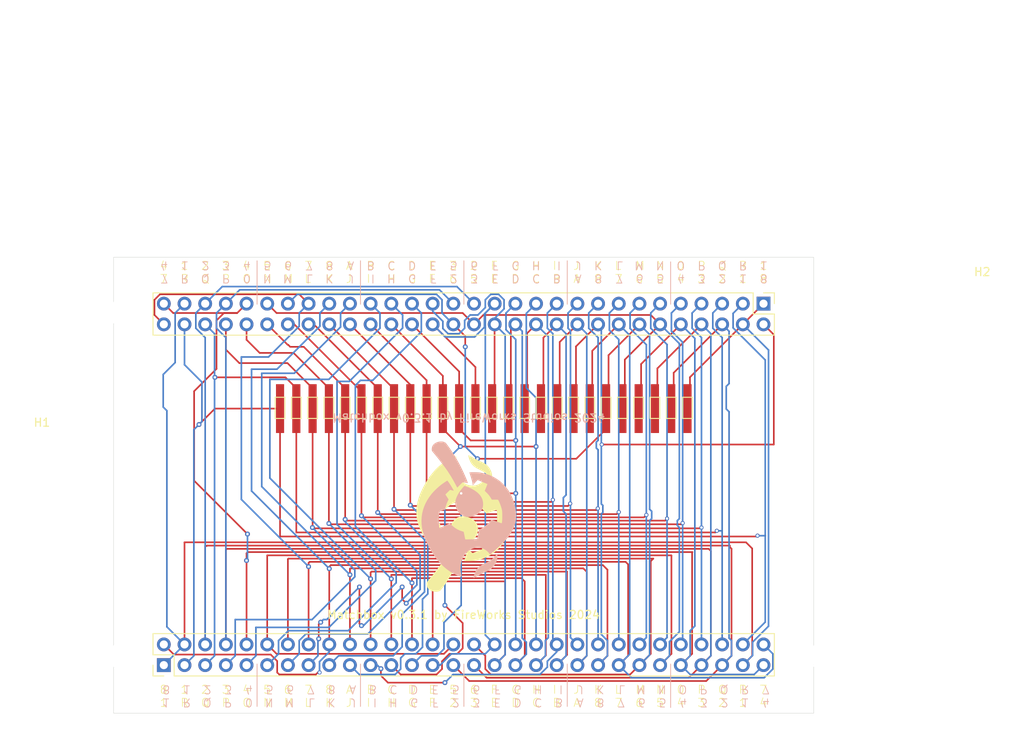
<source format=kicad_pcb>
(kicad_pcb (version 20240108) (generator "pcbnew") (generator_version "8.0")
  (layers (0 "F.Cu" signal) (31 "B.Cu" signal) (34 "B.Paste" user) (35 "F.Paste" user) (36 "B.SilkS" user "B.Silkscreen") (37 "F.SilkS" user "F.Silkscreen") (38 "B.Mask" user) (39 "F.Mask" user) (44 "Edge.Cuts" user))
  (net 0 "")
  (net 1 "/R")
  (net 2 "/Q")
  (net 3 "/P")
  (net 4 "/O")
  (net 5 "/N")
  (net 6 "/M")
  (net 7 "/L")
  (net 8 "/K")
  (net 9 "/J")
  (net 10 "/I")
  (net 11 "/H")
  (net 12 "/G")
  (net 13 "/F")
  (net 14 "/E")
  (net 15 "/D")
  (net 16 "/C")
  (net 17 "/B")
  (net 18 "/A")
  (net 19 "/8")
  (net 20 "/7")
  (net 21 "/6")
  (net 22 "/5")
  (net 23 "/4")
  (net 24 "/3")
  (net 25 "/2")
  (net 26 "/1")
  (footprint "MountingHole:MountingHole_3.2mm_M3" (layer "F.Cu") (at 77.2 108)
    (property "Reference" "H6" (hide yes))
    (property "Value" "MountingHole")
  )
  (footprint "S7221_45R:HARWIN_S7221-45R" (layer "F.Cu") (at 116.75 77.5 -90)
    (property "Reference" "PinH1" (hide yes))
    (property "Value" "S7221-45R" (hide yes))
  )
  (footprint "Connector_PinHeader_2.54mm:PinHeader_2x30_P2.54mm_Vertical" (layer "F.Cu") (at 82.475 109.1 90)
    (property "Reference" "J30" (hide yes))
    (property "Value" "Conn_02x30_Odd_Even" (hide yes))
  )
  (footprint "S7221_45R:HARWIN_S7221-45R" (layer "F.Cu") (at 114.75 77.5 -90)
    (property "Reference" "PinI1" (hide yes))
    (property "Value" "S7221-45R" (hide yes))
  )
  (footprint "MatchBox_Graphics:kicad_pic_19mm_19mm" (layer "F.Cu") (at 119.2219 91.550018)
    (property "Reference" "G1" (hide yes))
    (property "Value" "LOGO" (hide yes))
  )
  (footprint "S7221_45R:HARWIN_S7221-45R" (layer "F.Cu") (at 120.75 77.5 -90)
    (property "Reference" "PinF1" (hide yes))
    (property "Value" "S7221-45R" (hide yes))
  )
  (footprint "S7221_45R:HARWIN_S7221-45R" (layer "F.Cu") (at 104.75 77.5 -90)
    (property "Reference" "PinN1" (hide yes))
    (property "Value" "S7221-45R" (hide yes))
  )
  (footprint "S7221_45R:HARWIN_S7221-45R" (layer "F.Cu") (at 108.75 77.5 -90)
    (property "Reference" "PinL1" (hide yes))
    (property "Value" "S7221-45R" (hide yes))
  )
  (footprint "S7221_45R:HARWIN_S7221-45R" (layer "F.Cu") (at 144.8 77.5 -90)
    (property "Reference" "Pin2" (hide yes))
    (property "Value" "S7221-45R" (hide yes))
  )
  (footprint "S7221_45R:HARWIN_S7221-45R" (layer "F.Cu") (at 102.75 77.5 -90)
    (property "Reference" "PinO1" (hide yes))
    (property "Value" "S7221-45R" (hide yes))
  )
  (footprint "Connector_PinHeader_2.54mm:PinHeader_2x30_P2.54mm_Vertical" (layer "F.Cu") (at 156.135 64.7 -90)
    (property "Reference" "J29" (hide yes))
    (property "Value" "Conn_02x30_Odd_Even" (hide yes))
  )
  (footprint "MountingHole:MountingHole_3.2mm_M3" (layer "F.Cu") (at 161.4 108)
    (property "Reference" "H5" (hide yes))
    (property "Value" "MountingHole")
  )
  (footprint "S7221_45R:HARWIN_S7221-45R" (layer "F.Cu") (at 100.75 77.5 -90)
    (property "Reference" "PinP1" (hide yes))
    (property "Value" "S7221-45R" (hide yes))
  )
  (footprint "S7221_45R:HARWIN_S7221-45R" (layer "F.Cu") (at 96.75 77.5 -90)
    (property "Reference" "PinR1" (hide yes))
    (property "Value" "S7221-45R" (hide yes))
  )
  (footprint "S7221_45R:HARWIN_S7221-45R" (layer "F.Cu") (at 132.8 77.5 -90)
    (property "Reference" "Pin8" (hide yes))
    (property "Value" "S7221-45R" (hide yes))
  )
  (footprint "MountingHole:MountingHole_3.7mm" (layer "F.Cu") (at 67.5 84)
    (property "Reference" "H1")
    (property "Value" "MountingHole")
  )
  (footprint "S7221_45R:HARWIN_S7221-45R" (layer "F.Cu") (at 128.8 77.5 -90)
    (property "Reference" "PinB1" (hide yes))
    (property "Value" "S7221-45R" (hide yes))
  )
  (footprint "S7221_45R:HARWIN_S7221-45R" (layer "F.Cu") (at 98.75 77.5 -90)
    (property "Reference" "PinQ1" (hide yes))
    (property "Value" "S7221-45R" (hide yes))
  )
  (footprint "S7221_45R:HARWIN_S7221-45R" (layer "F.Cu") (at 122.8 77.5 -90)
    (property "Reference" "PinE1" (hide yes))
    (property "Value" "S7221-45R" (hide yes))
  )
  (footprint "MountingHole:MountingHole_3.2mm_M3" (layer "F.Cu") (at 77.2 65.8)
    (property "Reference" "H4" (hide yes))
    (property "Value" "MountingHole")
  )
  (footprint "S7221_45R:HARWIN_S7221-45R" (layer "F.Cu") (at 124.8 77.5 -90)
    (property "Reference" "PinD1" (hide yes))
    (property "Value" "S7221-45R" (hide yes))
  )
  (footprint "MountingHole:MountingHole_3.2mm_M3" (layer "F.Cu") (at 165.75 77.75)
    (property "Reference" "H3" (hide yes))
    (property "Value" "MountingHole")
  )
  (footprint "MountingHole:MountingHole_3.7mm" (layer "F.Cu") (at 183 65.5)
    (property "Reference" "H2")
    (property "Value" "MountingHole")
  )
  (footprint "S7221_45R:HARWIN_S7221-45R" (layer "F.Cu") (at 146.8 77.5 -90)
    (property "Reference" "Pin1" (hide yes))
    (property "Value" "S7221-45R" (hide yes))
  )
  (footprint "S7221_45R:HARWIN_S7221-45R" (layer "F.Cu") (at 136.8 77.5 -90)
    (property "Reference" "Pin6" (hide yes))
    (property "Value" "S7221-45R" (hide yes))
  )
  (footprint "S7221_45R:HARWIN_S7221-45R" (layer "F.Cu") (at 142.8 77.5 -90)
    (property "Reference" "Pin3" (hide yes))
    (property "Value" "S7221-45R" (hide yes))
  )
  (footprint "S7221_45R:HARWIN_S7221-45R" (layer "F.Cu") (at 134.8 77.5 -90)
    (property "Reference" "Pin7" (hide yes))
    (property "Value" "S7221-45R" (hide yes))
  )
  (footprint "S7221_45R:HARWIN_S7221-45R" (layer "F.Cu") (at 130.8 77.5 -90)
    (property "Reference" "PinA1" (hide yes))
    (property "Value" "S7221-45R" (hide yes))
  )
  (footprint "S7221_45R:HARWIN_S7221-45R" (layer "F.Cu") (at 140.8 77.5 -90)
    (property "Reference" "Pin4" (hide yes))
    (property "Value" "S7221-45R" (hide yes))
  )
  (footprint "S7221_45R:HARWIN_S7221-45R" (layer "F.Cu") (at 118.75 77.5 -90)
    (property "Reference" "PinG1" (hide yes))
    (property "Value" "S7221-45R" (hide yes))
  )
  (footprint "S7221_45R:HARWIN_S7221-45R" (layer "F.Cu") (at 138.8 77.5 -90)
    (property "Reference" "Pin5" (hide yes))
    (property "Value" "S7221-45R" (hide yes))
  )
  (footprint "S7221_45R:HARWIN_S7221-45R" (layer "F.Cu") (at 106.75 77.5 -90)
    (property "Reference" "PinM1" (hide yes))
    (property "Value" "S7221-45R" (hide yes))
  )
  (footprint "S7221_45R:HARWIN_S7221-45R" (layer "F.Cu") (at 110.75 77.5 -90)
    (property "Reference" "PinK1" (hide yes))
    (property "Value" "S7221-45R" (hide yes))
  )
  (footprint "S7221_45R:HARWIN_S7221-45R" (layer "F.Cu") (at 126.8 77.5 -90)
    (property "Reference" "PinC1" (hide yes))
    (property "Value" "S7221-45R" (hide yes))
  )
  (footprint "S7221_45R:HARWIN_S7221-45R" (layer "F.Cu") (at 112.75 77.5 -90)
    (property "Reference" "PinJ1" (hide yes))
    (property "Value" "S7221-45R" (hide yes))
  )
  (footprint "MatchBox_Graphics:kicad_pic_19mm_19mm" (layer "B.Cu") (at 119.855623 90.164094)
    (property "Reference" "G1" (hide yes))
    (property "Value" "LOGO" (hide yes))
  )
  (gr_line (start 93.9292 114.173) (end 93.9292 108.966) (stroke (width 0.1)) (layer "B.SilkS"))
  (gr_line (start 119.3292 64.77) (end 119.3292 59.436) (stroke (width 0.1)) (layer "B.SilkS"))
  (gr_line (start 93.9292 64.77) (end 93.9292 59.436) (stroke (width 0.1)) (layer "B.SilkS"))
  (gr_line (start 119.3292 114.173) (end 119.3292 108.966) (stroke (width 0.1)) (layer "B.SilkS"))
  (gr_line (start 144.7292 114.3) (end 144.7292 108.966) (stroke (width 0.1)) (layer "B.SilkS"))
  (gr_line (start 106.6292 114.173) (end 106.6292 108.966) (stroke (width 0.1)) (layer "B.SilkS"))
  (gr_line (start 132.0292 114.173) (end 132.0292 108.966) (stroke (width 0.1)) (layer "B.SilkS"))
  (gr_line (start 144.7292 64.77) (end 144.7292 59.563) (stroke (width 0.1)) (layer "B.SilkS"))
  (gr_line (start 106.6292 64.77) (end 106.6292 59.436) (stroke (width 0.1)) (layer "B.SilkS"))
  (gr_line (start 132.0292 64.77) (end 132.0292 59.436) (stroke (width 0.1)) (layer "B.SilkS"))
  (gr_rect (start 76.3 59) (end 162.3 115) (stroke (width 0.05)) (fill none) (layer "Edge.Cuts"))
  (gr_text "4\n7" (at 156.972 111.506 180) (layer "B.SilkS") (effects (font (size 1 1) (thickness 0.1)) (justify right bottom mirror)))
  (gr_text "2\n5" (at 118.618 59.436 180) (layer "B.SilkS") (effects (font (size 1 1) (thickness 0.1)) (justify right bottom mirror)))
  (gr_text "7\nL" (at 139.192 111.506 180) (layer "B.SilkS") (effects (font (size 1 1) (thickness 0.1)) (justify right bottom mirror)))
  (gr_text "8\nK" (at 136.398 59.436 180) (layer "B.SilkS") (effects (font (size 1 1) (thickness 0.1)) (justify right bottom mirror)))
  (gr_text "D\nG" (at 126.492 111.506 180) (layer "B.SilkS") (effects (font (size 1 1) (thickness 0.1)) (justify right bottom mirror)))
  (gr_text "5\nN" (at 144.018 59.436 180) (layer "B.SilkS") (effects (font (size 1 1) (thickness 0.1)) (justify right bottom mirror)))
  (gr_text "C\nH" (at 128.778 59.436 180) (layer "B.SilkS") (effects (font (size 1 1) (thickness 0.1)) (justify right bottom mirror)))
  (gr_text "N\n5" (at 96.012 111.506 180) (layer "B.SilkS") (effects (font (size 1 1) (thickness 0.1)) (justify right bottom mirror)))
  (gr_text "P\n3" (at 90.932 111.506 180) (layer "B.SilkS") (effects (font (size 1 1) (thickness 0.1)) (justify right bottom mirror)))
  (gr_text "R\n1" (at 85.852 111.506 180) (layer "B.SilkS") (effects (font (size 1 1) (thickness 0.1)) (justify right bottom mirror)))
  (gr_text "1\nR" (at 154.178 59.436 180) (layer "B.SilkS") (effects (font (size 1 1) (thickness 0.1)) (justify right bottom mirror)))
  (gr_text "2\n5" (at 118.872 111.506 180) (layer "B.SilkS") (effects (font (size 1 1) (thickness 0.1)) (justify right bottom mirror)))
  (gr_text "Q\n2" (at 88.138 59.436 180) (layer "B.SilkS") (effects (font (size 1 1) (thickness 0.1)) (justify right bottom mirror)))
  (gr_text "P\n3" (at 90.678 59.436 180) (layer "B.SilkS") (effects (font (size 1 1) (thickness 0.1)) (justify right bottom mirror)))
  (gr_text "H\nC" (at 110.998 59.436 180) (layer "B.SilkS") (effects (font (size 1 1) (thickness 0.1)) (justify right bottom mirror)))
  (gr_text "J\nA" (at 105.918 59.436 180) (layer "B.SilkS") (effects (font (size 1 1) (thickness 0.1)) (justify right bottom mirror)))
  (gr_text "L\n7" (at 101.092 111.506 180) (layer "B.SilkS") (effects (font (size 1 1) (thickness 0.1)) (justify right bottom mirror)))
  (gr_text "B\nI" (at 131.572 111.506 180) (layer "B.SilkS") (effects (font (size 1 1) (thickness 0.1)) (justify right bottom mirror)))
  (gr_text "3\n6" (at 121.412 111.506 180) (layer "B.SilkS") (effects (font (size 1 1) (thickness 0.1)) (justify right bottom mirror)))
  (gr_text "E\nF" (at 123.952 111.506 180) (layer "B.SilkS") (effects (font (size 1 1) (thickness 0.1)) (justify right bottom mirror)))
  (gr_text "8\nK" (at 136.652 111.506 180) (layer "B.SilkS") (effects (font (size 1 1) (thickness 0.1)) (justify right bottom mirror)))
  (gr_text "B\nI" (at 131.318 59.436 180) (layer "B.SilkS") (effects (font (size 1 1) (thickness 0.1)) (justify right bottom mirror)))
  (gr_text "E\nF" (at 123.698 59.436 180) (layer "B.SilkS") (effects (font (size 1 1) (thickness 0.1)) (justify right bottom mirror)))
  (gr_text "4\nO" (at 146.812 111.506 180) (layer "B.SilkS") (effects (font (size 1 1) (thickness 0.1)) (justify right bottom mirror)))
  (gr_text "A\nJ" (at 133.858 59.436 180) (layer "B.SilkS") (effects (font (size 1 1) (thickness 0.1)) (justify right bottom mirror)))
  (gr_text "5\nN" (at 144.272 111.506 180) (layer "B.SilkS") (effects (font (size 1 1) (thickness 0.1)) (justify right bottom mirror)))
  (gr_text "6\nM" (at 141.732 111.506 180) (layer "B.SilkS") (effects (font (size 1 1) (thickness 0.1)) (justify right bottom mirror)))
  (gr_text "G\nD" (at 113.538 59.436 180) (layer "B.SilkS") (effects (font (size 1 1) (thickness 0.1)) (justify right bottom mirror)))
  (gr_text "F\nE" (at 116.332 111.506 180) (layer "B.SilkS") (effects (font (size 1 1) (thickness 0.1)) (justify right bottom mirror)))
  (gr_text "Matchbox v0.3.1 by FireWorks Studios 2024\n" (at 119.933724 78.114112 180) (layer "B.SilkS") (effects (font (size 1 1)) (justify bottom mirror)))
  (gr_text "H\nC" (at 111.252 111.506 180) (layer "B.SilkS") (effects (font (size 1 1) (thickness 0.1)) (justify right bottom mirror)))
  (gr_text "J\nA" (at 106.172 111.506 180) (layer "B.SilkS") (effects (font (size 1 1) (thickness 0.1)) (justify right bottom mirror)))
  (gr_text "1\nR" (at 154.432 111.506 180) (layer "B.SilkS") (effects (font (size 1 1) (thickness 0.1)) (justify right bottom mirror)))
  (gr_text "3\nP" (at 149.352 111.506 180) (layer "B.SilkS") (effects (font (size 1 1) (thickness 0.1)) (justify right bottom mirror)))
  (gr_text "7\n4" (at 83.058 59.436 180) (layer "B.SilkS") (effects (font (size 1 1) (thickness 0.1)) (justify right bottom mirror)))
  (gr_text "3\nP" (at 149.098 59.436 180) (layer "B.SilkS") (effects (font (size 1 1) (thickness 0.1)) (justify right bottom mirror)))
  (gr_text "C\nH" (at 129.032 111.506 180) (layer "B.SilkS") (effects (font (size 1 1) (thickness 0.1)) (justify right bottom mirror)))
  (gr_text "G\nD" (at 113.792 111.506 180) (layer "B.SilkS") (effects (font (size 1 1) (thickness 0.1)) (justify right bottom mirror)))
  (gr_text "K\n8" (at 103.378 59.436 180) (layer "B.SilkS") (effects (font (size 1 1) (thickness 0.1)) (justify right bottom mirror)))
  (gr_text "M\n6" (at 98.552 111.506 180) (layer "B.SilkS") (effects (font (size 1 1) (thickness 0.1)) (justify right bottom mirror)))
  (gr_text "8\n1" (at 156.718 59.436 180) (layer "B.SilkS") (effects (font (size 1 1) (thickness 0.1)) (justify right bottom mirror)))
  (gr_text "2\nQ" (at 151.892 111.506 180) (layer "B.SilkS") (effects (font (size 1 1) (thickness 0.1)) (justify right bottom mirror)))
  (gr_text "2\nQ" (at 151.638 59.436 180) (layer "B.SilkS") (effects (font (size 1 1) (thickness 0.1)) (justify right bottom mirror)))
  (gr_text "3\n6" (at 121.158 59.436 180) (layer "B.SilkS") (effects (font (size 1 1) (thickness 0.1)) (justify right bottom mirror)))
  (gr_text "I\nB" (at 108.458 59.436 180) (layer "B.SilkS") (effects (font (size 1 1) (thickness 0.1)) (justify right bottom mirror)))
  (gr_text "4\nO" (at 146.558 59.436 180) (layer "B.SilkS") (effects (font (size 1 1) (thickness 0.1)) (justify right bottom mirror)))
  (gr_text "K\n8" (at 103.632 111.506 180) (layer "B.SilkS") (effects (font (size 1 1) (thickness 0.1)) (justify right bottom mirror)))
  (gr_text "I\nB" (at 108.712 111.506 180) (layer "B.SilkS") (effects (font (size 1 1) (thickness 0.1)) (justify right bottom mirror)))
  (gr_text "M\n6" (at 98.298 59.436 180) (layer "B.SilkS") (effects (font (size 1 1) (thickness 0.1)) (justify right bottom mirror)))
  (gr_text "Q\n2" (at 88.392 111.506 180) (layer "B.SilkS") (effects (font (size 1 1) (thickness 0.1)) (justify right bottom mirror)))
  (gr_text "L\n7" (at 100.838 59.436 180) (layer "B.SilkS") (effects (font (size 1 1) (thickness 0.1)) (justify right bottom mirror)))
  (gr_text "6\nM" (at 141.478 59.436 180) (layer "B.SilkS") (effects (font (size 1 1) (thickness 0.1)) (justify right bottom mirror)))
  (gr_text "F\nE" (at 116.078 59.436 180) (layer "B.SilkS") (effects (font (size 1 1) (thickness 0.1)) (justify right bottom mirror)))
  (gr_text "7\nL" (at 138.938 59.436 180) (layer "B.SilkS") (effects (font (size 1 1) (thickness 0.1)) (justify right bottom mirror)))
  (gr_text "0\n4" (at 93.472 111.506 180) (layer "B.SilkS") (effects (font (size 1 1) (thickness 0.1)) (justify right bottom mirror)))
  (gr_text "N\n5" (at 95.758 59.436 180) (layer "B.SilkS") (effects (font (size 1 1) (thickness 0.1)) (justify right bottom mirror)))
  (gr_text "A\nJ" (at 134.112 111.506 180) (layer "B.SilkS") (effects (font (size 1 1) (thickness 0.1)) (justify right bottom mirror)))
  (gr_text "R\n1" (at 85.598 59.436 180) (layer "B.SilkS") (effects (font (size 1 1) (thickness 0.1)) (justify right bottom mirror)))
  (gr_text "0\n4" (at 93.218 59.436 180) (layer "B.SilkS") (effects (font (size 1 1) (thickness 0.1)) (justify right bottom mirror)))
  (gr_text "1\n8" (at 83.312 111.506 180) (layer "B.SilkS") (effects (font (size 1 1) (thickness 0.1)) (justify right bottom mirror)))
  (gr_text "D\nG" (at 126.238 59.436 180) (layer "B.SilkS") (effects (font (size 1 1) (thickness 0.1)) (justify right bottom mirror)))
  (gr_text "8\nK" (at 102.235 62.23 0) (layer "F.SilkS") (effects (font (size 1 1) (thickness 0.1)) (justify left bottom)))
  (gr_text "0\n4" (at 145.415 62.23 0) (layer "F.SilkS") (effects (font (size 1 1) (thickness 0.1)) (justify left bottom)))
  (gr_text "E\nF" (at 114.935 114.3 0) (layer "F.SilkS") (effects (font (size 1 1) (thickness 0.1)) (justify left bottom)))
  (gr_text "C\nH" (at 109.855 114.3 0) (layer "F.SilkS") (effects (font (size 1 1) (thickness 0.1)) (justify left bottom)))
  (gr_text "1\n8" (at 155.575 62.23 0) (layer "F.SilkS") (effects (font (size 1 1) (thickness 0.1)) (justify left bottom)))
  (gr_text "L\n7" (at 137.795 114.3 0) (layer "F.SilkS") (effects (font (size 1 1) (thickness 0.1)) (justify left bottom)))
  (gr_text "8\n1" (at 81.915 114.3 0) (layer "F.SilkS") (effects (font (size 1 1) (thickness 0.1)) (justify left bottom)))
  (gr_text "L\n7" (at 137.795 62.23 0) (layer "F.SilkS") (effects (font (size 1 1) (thickness 0.1)) (justify left bottom)))
  (gr_text "H\nC" (at 127.635 114.3 0) (layer "F.SilkS") (effects (font (size 1 1) (thickness 0.1)) (justify left bottom)))
  (gr_text "1\nR" (at 84.455 62.23 0) (layer "F.SilkS") (effects (font (size 1 1) (thickness 0.1)) (justify left bottom)))
  (gr_text "5\nN" (at 94.615 114.3 0) (layer "F.SilkS") (effects (font (size 1 1) (thickness 0.1)) (justify left bottom)))
  (gr_text "R\n1" (at 153.035 114.3 0) (layer "F.SilkS") (effects (font (size 1 1) (thickness 0.1)) (justify left bottom)))
  (gr_text "M\n6" (at 140.335 114.3 0) (layer "F.SilkS") (effects (font (size 1 1) (thickness 0.1)) (justify left bottom)))
  (gr_text "Matchbox v0.3.1 by FireWorks Studios 2024\n" (at 119.3 103.5 0) (layer "F.SilkS") (effects (font (size 1 1)) (justify bottom)))
  (gr_text "3\nP" (at 89.535 62.23 0) (layer "F.SilkS") (effects (font (size 1 1) (thickness 0.1)) (justify left bottom)))
  (gr_text "6\nM" (at 97.155 114.3 0) (layer "F.SilkS") (effects (font (size 1 1) (thickness 0.1)) (justify left bottom)))
  (gr_text "N\n5" (at 142.875 62.23 0) (layer "F.SilkS") (effects (font (size 1 1) (thickness 0.1)) (justify left bottom)))
  (gr_text "F\nE" (at 122.555 62.23 0) (layer "F.SilkS") (effects (font (size 1 1) (thickness 0.1)) (justify left bottom)))
  (gr_text "8\nK" (at 102.235 114.3 0) (layer "F.SilkS") (effects (font (size 1 1) (thickness 0.1)) (justify left bottom)))
  (gr_text "J\nA" (at 132.715 114.3 0) (layer "F.SilkS") (effects (font (size 1 1) (thickness 0.1)) (justify left bottom)))
  (gr_text "G\nD" (at 125.095 62.23 0) (layer "F.SilkS") (effects (font (size 1 1) (thickness 0.1)) (justify left bottom)))
  (gr_text "5\nN" (at 94.615 62.23 0) (layer "F.SilkS") (effects (font (size 1 1) (thickness 0.1)) (justify left bottom)))
  (gr_text "R\n1" (at 153.035 62.23 0) (layer "F.SilkS") (effects (font (size 1 1) (thickness 0.1)) (justify left bottom)))
  (gr_text "Q\n2" (at 150.495 114.3 0) (layer "F.SilkS") (effects (font (size 1 1) (thickness 0.1)) (justify left bottom)))
  (gr_text "K\n8" (at 135.255 114.3 0) (layer "F.SilkS") (effects (font (size 1 1) (thickness 0.1)) (justify left bottom)))
  (gr_text "E\nF" (at 114.935 62.23 0) (layer "F.SilkS") (effects (font (size 1 1) (thickness 0.1)) (justify left bottom)))
  (gr_text "3\nP" (at 89.535 114.3 0) (layer "F.SilkS") (effects (font (size 1 1) (thickness 0.1)) (justify left bottom)))
  (gr_text "2\n5" (at 120.015 62.23 0) (layer "F.SilkS") (effects (font (size 1 1) (thickness 0.1)) (justify left bottom)))
  (gr_text "B\nI" (at 107.315 62.23 0) (layer "F.SilkS") (effects (font (size 1 1) (thickness 0.1)) (justify left bottom)))
  (gr_text "B\nI" (at 107.315 114.3 0) (layer "F.SilkS") (effects (font (size 1 1) (thickness 0.1)) (justify left bottom)))
  (gr_text "P\n3" (at 147.955 62.23 0) (layer "F.SilkS") (effects (font (size 1 1) (thickness 0.1)) (justify left bottom)))
  (gr_text "7\nL" (at 99.695 114.3 0) (layer "F.SilkS") (effects (font (size 1 1) (thickness 0.1)) (justify left bottom)))
  (gr_text "0\n4" (at 145.415 114.3 0) (layer "F.SilkS") (effects (font (size 1 1) (thickness 0.1)) (justify left bottom)))
  (gr_text "K\n8" (at 135.255 62.23 0) (layer "F.SilkS") (effects (font (size 1 1) (thickness 0.1)) (justify left bottom)))
  (gr_text "7\nL" (at 99.695 62.23 0) (layer "F.SilkS") (effects (font (size 1 1) (thickness 0.1)) (justify left bottom)))
  (gr_text "G\nD" (at 125.095 114.3 0) (layer "F.SilkS") (effects (font (size 1 1) (thickness 0.1)) (justify left bottom)))
  (gr_text "P\n3" (at 147.955 114.3 0) (layer "F.SilkS") (effects (font (size 1 1) (thickness 0.1)) (justify left bottom)))
  (gr_text "4\n7" (at 81.915 62.23 0) (layer "F.SilkS") (effects (font (size 1 1) (thickness 0.1)) (justify left bottom)))
  (gr_text "D\nG" (at 112.395 62.23 0) (layer "F.SilkS") (effects (font (size 1 1) (thickness 0.1)) (justify left bottom)))
  (gr_text "N\n5" (at 142.875 114.3 0) (layer "F.SilkS") (effects (font (size 1 1) (thickness 0.1)) (justify left bottom)))
  (gr_text "2\nQ" (at 86.995 62.23 0) (layer "F.SilkS") (effects (font (size 1 1) (thickness 0.1)) (justify left bottom)))
  (gr_text "F\nE" (at 122.555 114.3 0) (layer "F.SilkS") (effects (font (size 1 1) (thickness 0.1)) (justify left bottom)))
  (gr_text "M\n6" (at 140.335 62.23 0) (layer "F.SilkS") (effects (font (size 1 1) (thickness 0.1)) (justify left bottom)))
  (gr_text "C\nH" (at 109.855 62.23 0) (layer "F.SilkS") (effects (font (size 1 1) (thickness 0.1)) (justify left bottom)))
  (gr_text "2\nQ" (at 86.995 114.3 0) (layer "F.SilkS") (effects (font (size 1 1) (thickness 0.1)) (justify left bottom)))
  (gr_text "7\n4" (at 155.575 114.3 0) (layer "F.SilkS") (effects (font (size 1 1) (thickness 0.1)) (justify left bottom)))
  (gr_text "D\nG" (at 112.395 114.3 0) (layer "F.SilkS") (effects (font (size 1 1) (thickness 0.1)) (justify left bottom)))
  (gr_text "6\nM" (at 97.155 62.23 0) (layer "F.SilkS") (effects (font (size 1 1) (thickness 0.1)) (justify left bottom)))
  (gr_text "I\nB" (at 130.175 62.23 0) (layer "F.SilkS") (effects (font (size 1 1) (thickness 0.1)) (justify left bottom)))
  (gr_text "Q\n2" (at 150.495 62.23 0) (layer "F.SilkS") (effects (font (size 1 1) (thickness 0.1)) (justify left bottom)))
  (gr_text "I\nB" (at 130.175 114.3 0) (layer "F.SilkS") (effects (font (size 1 1) (thickness 0.1)) (justify left bottom)))
  (gr_text "1\nR" (at 84.455 114.3 0) (layer "F.SilkS") (effects (font (size 1 1) (thickness 0.1)) (justify left bottom)))
  (gr_text "H\nC" (at 127.635 62.23 0) (layer "F.SilkS") (effects (font (size 1 1) (thickness 0.1)) (justify left bottom)))
  (gr_text "4\nO" (at 92.075 62.23 0) (layer "F.SilkS") (effects (font (size 1 1) (thickness 0.1)) (justify left bottom)))
  (gr_text "A\nJ" (at 104.775 114.3 0) (layer "F.SilkS") (effects (font (size 1 1) (thickness 0.1)) (justify left bottom)))
  (gr_text "J\nA" (at 132.715 62.23 0) (layer "F.SilkS") (effects (font (size 1 1) (thickness 0.1)) (justify left bottom)))
  (gr_text "A\nJ" (at 104.775 62.23 0) (layer "F.SilkS") (effects (font (size 1 1) (thickness 0.1)) (justify left bottom)))
  (gr_text "5\n2" (at 117.475 114.3 0) (layer "F.SilkS") (effects (font (size 1 1) (thickness 0.1)) (justify left bottom)))
  (gr_text "6\n3" (at 120.015 114.3 0) (layer "F.SilkS") (effects (font (size 1 1) (thickness 0.1)) (justify left bottom)))
  (gr_text "4\nO" (at 92.075 114.3 0) (layer "F.SilkS") (effects (font (size 1 1) (thickness 0.1)) (justify left bottom)))
  (gr_text "3\n6" (at 117.475 62.23 0) (layer "F.SilkS") (effects (font (size 1 1) (thickness 0.1)) (justify left bottom)))
  (segment (start 96.75 77.58875) (end 96.75 93.3) (width 0.2) (layer "F.Cu") (net 1))
  (segment (start 155.3 93.3) (end 155.4 93.2) (width 0.2) (layer "F.Cu") (net 1))
  (segment (start 96.75 77.58875) (end 88.75252 77.58875) (width 0.2) (layer "F.Cu") (net 1))
  (segment (start 96.75 93.3) (end 155.3 93.3) (width 0.2) (layer "F.Cu") (net 1))
  (segment (start 88.75252 77.58875) (end 86.795635 79.545635) (width 0.2) (layer "F.Cu") (net 1))
  (via micro (at 155.4 93.2) (size 0.5) (drill 0.3) (layers "F.Cu" "B.Cu") (net 1))
  (via (at 86.795635 79.545635) (size 0.6) (drill 0.3) (layers "F.Cu" "B.Cu") (net 1))
  (segment (start 152.4 67.671346) (end 152.4 65.895) (width 0.2) (layer "B.Cu") (net 1))
  (segment (start 85.015 72.2) (end 87.155 74.34) (width 0.2) (layer "B.Cu") (net 1))
  (segment (start 86.165 80.17627) (end 86.165 107.95) (width 0.2) (layer "B.Cu") (net 1))
  (segment (start 86.795635 79.545635) (end 86.165 80.17627) (width 0.2) (layer "B.Cu") (net 1))
  (segment (start 85.015 67.24) (end 85.015 72.2) (width 0.2) (layer "B.Cu") (net 1))
  (segment (start 155.4 93.2) (end 156.35 93.2) (width 0.2) (layer "B.Cu") (net 1))
  (segment (start 152.4 65.895) (end 153.595 64.7) (width 0.2) (layer "B.Cu") (net 1))
  (segment (start 86.165 107.95) (end 85.015 109.1) (width 0.2) (layer "B.Cu") (net 1))
  (segment (start 156.35 103.805) (end 156.35 93.2) (width 0.2) (layer "B.Cu") (net 1))
  (segment (start 156.35 71.621346) (end 152.4 67.671346) (width 0.2) (layer "B.Cu") (net 1))
  (segment (start 156.35 93.2) (end 156.35 71.621346) (width 0.2) (layer "B.Cu") (net 1))
  (segment (start 87.155 79.18627) (end 86.795635 79.545635) (width 0.2) (layer "B.Cu") (net 1))
  (segment (start 87.155 74.34) (end 87.155 79.18627) (width 0.2) (layer "B.Cu") (net 1))
  (segment (start 153.595 106.56) (end 156.35 103.805) (width 0.2) (layer "B.Cu") (net 1))
  (segment (start 150.2 92.8) (end 98.75 92.8) (width 0.2) (layer "F.Cu") (net 2))
  (segment (start 98.75 77.58875) (end 98.75 75.08875) (width 0.2) (layer "F.Cu") (net 2))
  (segment (start 98.75 77.58875) (end 98.75 92.8) (width 0.2) (layer "F.Cu") (net 2))
  (segment (start 98.75 75.08875) (end 97.41125 73.75) (width 0.2) (layer "F.Cu") (net 2))
  (segment (start 97.41125 73.75) (end 88.75 73.75) (width 0.2) (layer "F.Cu") (net 2))
  (segment (start 150.4 92.6) (end 150.2 92.8) (width 0.2) (layer "F.Cu") (net 2))
  (via (at 88.75 73.75) (size 0.6) (drill 0.3) (layers "F.Cu" "B.Cu") (net 2))
  (via micro (at 150.4 92.6) (size 0.5) (drill 0.3) (layers "F.Cu" "B.Cu") (net 2))
  (segment (start 149.905 65.85) (end 151.055 64.7) (width 0.2) (layer "B.Cu") (net 2))
  (segment (start 87.555 67.24) (end 88.705 68.39) (width 0.2) (layer "B.Cu") (net 2))
  (segment (start 149.905 67.716346) (end 149.905 65.85) (width 0.2) (layer "B.Cu") (net 2))
  (segment (start 151.055 68.866346) (end 149.905 67.716346) (width 0.2) (layer "B.Cu") (net 2))
  (segment (start 88.705 68.39) (end 88.705 107.95) (width 0.2) (layer "B.Cu") (net 2))
  (segment (start 151.055 92.6) (end 151.055 68.866346) (width 0.2) (layer "B.Cu") (net 2))
  (segment (start 88.705 107.95) (end 87.555 109.1) (width 0.2) (layer "B.Cu") (net 2))
  (segment (start 150.4 92.6) (end 151.055 92.6) (width 0.2) (layer "B.Cu") (net 2))
  (segment (start 151.055 106.56) (end 151.055 92.8) (width 0.2) (layer "B.Cu") (net 2))
  (segment (start 151.055 92.8) (end 151.055 92.6) (width 0.2) (layer "B.Cu") (net 2))
  (segment (start 100.75 77.58875) (end 100.75 75.08875) (width 0.2) (layer "F.Cu") (net 3))
  (segment (start 97.66125 72) (end 91.75 72) (width 0.2) (layer "F.Cu") (net 3))
  (segment (start 91.75 72) (end 90.095 70.345) (width 0.2) (layer "F.Cu") (net 3))
  (segment (start 148.415 92.3) (end 148.515 92.2) (width 0.2) (layer "F.Cu") (net 3))
  (segment (start 100.75 92.3) (end 148.415 92.3) (width 0.2) (layer "F.Cu") (net 3))
  (segment (start 100.75 77.58875) (end 100.75 92.3) (width 0.2) (layer "F.Cu") (net 3))
  (segment (start 90.095 70.345) (end 90.095 67.24) (width 0.2) (layer "F.Cu") (net 3))
  (segment (start 100.75 75.08875) (end 97.66125 72) (width 0.2) (layer "F.Cu") (net 3))
  (via (at 100.726473 92.2) (size 0.6) (drill 0.3) (layers "F.Cu" "B.Cu") (net 3))
  (via micro (at 148.515 92.2) (size 0.5) (drill 0.3) (layers "F.Cu" "B.Cu") (net 3))
  (segment (start 91.245 103.505) (end 100.678529 103.505) (width 0.2) (layer "B.Cu") (net 3))
  (segment (start 100.678529 103.505) (end 105.935 98.248529) (width 0.2) (layer "B.Cu") (net 3))
  (segment (start 105.935 98.248529) (end 105.935 97.408527) (width 0.2) (layer "B.Cu") (net 3))
  (segment (start 147.365 65.85) (end 148.515 64.7) (width 0.2) (layer "B.Cu") (net 3))
  (segment (start 148.515 68.866346) (end 147.365 67.716346) (width 0.2) (layer "B.Cu") (net 3))
  (segment (start 105.935 97.408527) (end 100.726473 92.2) (width 0.2) (layer "B.Cu") (net 3))
  (segment (start 148.515 92.2) (end 148.515 68.866346) (width 0.2) (layer "B.Cu") (net 3))
  (segment (start 90.095 109.1) (end 91.245 107.95) (width 0.2) (layer "B.Cu") (net 3))
  (segment (start 91.245 107.95) (end 91.245 103.505) (width 0.2) (layer "B.Cu") (net 3))
  (segment (start 147.365 67.716346) (end 147.365 65.85) (width 0.2) (layer "B.Cu") (net 3))
  (segment (start 148.515 106.56) (end 148.515 92.2) (width 0.2) (layer "B.Cu") (net 3))
  (segment (start 146.05 91.8) (end 102.75 91.8) (width 0.2) (layer "F.Cu") (net 4))
  (segment (start 92.635 69.135) (end 92.635 67.24) (width 0.2) (layer "F.Cu") (net 4))
  (segment (start 102.75 77.58875) (end 102.75 75.08875) (width 0.2) (layer "F.Cu") (net 4))
  (segment (start 98.41125 70.75) (end 94.25 70.75) (width 0.2) (layer "F.Cu") (net 4))
  (segment (start 94.25 70.75) (end 92.635 69.135) (width 0.2) (layer "F.Cu") (net 4))
  (segment (start 102.75 75.08875) (end 98.41125 70.75) (width 0.2) (layer "F.Cu") (net 4))
  (segment (start 146.2 91.65) (end 146.05 91.8) (width 0.2) (layer "F.Cu") (net 4))
  (segment (start 102.75 77.58875) (end 102.75 91.8) (width 0.2) (layer "F.Cu") (net 4))
  (via micro (at 146.2 91.65) (size 0.5) (drill 0.3) (layers "F.Cu" "B.Cu") (net 4))
  (via (at 102.75 91.7) (size 0.6) (drill 0.3) (layers "F.Cu" "B.Cu") (net 4))
  (segment (start 92.635 109.1) (end 93.785 107.95) (width 0.2) (layer "B.Cu") (net 4))
  (segment (start 102.758529 104.465) (end 108.5 98.723529) (width 0.2) (layer "B.Cu") (net 4))
  (segment (start 145.975 106.56) (end 146.2 106.335) (width 0.2) (layer "B.Cu") (net 4))
  (segment (start 108.5 98.723529) (end 108.5 97.45) (width 0.2) (layer "B.Cu") (net 4))
  (segment (start 93.785 104.465) (end 102.758529 104.465) (width 0.2) (layer "B.Cu") (net 4))
  (segment (start 146.2 69.439314) (end 144.825 68.064314) (width 0.2) (layer "B.Cu") (net 4))
  (segment (start 108.5 97.45) (end 102.75 91.7) (width 0.2) (layer "B.Cu") (net 4))
  (segment (start 93.785 107.95) (end 93.785 104.465) (width 0.2) (layer "B.Cu") (net 4))
  (segment (start 144.825 68.064314) (end 144.825 65.85) (width 0.2) (layer "B.Cu") (net 4))
  (segment (start 144.825 65.85) (end 145.975 64.7) (width 0.2) (layer "B.Cu") (net 4))
  (segment (start 146.2 106.335) (end 146.2 69.439314) (width 0.2) (layer "B.Cu") (net 4))
  (segment (start 97.75 69.75) (end 97.685 69.75) (width 0.2) (layer "F.Cu") (net 5))
  (segment (start 98 70) (end 97.75 69.75) (width 0.2) (layer "F.Cu") (net 5))
  (segment (start 97.685 69.75) (end 95.175 67.24) (width 0.2) (layer "F.Cu") (net 5))
  (segment (start 104.75 77.58875) (end 104.75 91.35) (width 0.2) (layer "F.Cu") (net 5))
  (segment (start 99.66125 70) (end 98 70) (width 0.2) (layer "F.Cu") (net 5))
  (segment (start 104.75 77.58875) (end 104.75 75.08875) (width 0.2) (layer "F.Cu") (net 5))
  (segment (start 104.75 75.08875) (end 99.66125 70) (width 0.2) (layer "F.Cu") (net 5))
  (segment (start 144.035 91.35) (end 104.75 91.35) (width 0.2) (layer "F.Cu") (net 5))
  (segment (start 144.285 91.1) (end 144.035 91.35) (width 0.2) (layer "F.Cu") (net 5))
  (via (at 104.75 91.2) (size 0.6) (drill 0.3) (layers "F.Cu" "B.Cu") (net 5))
  (via micro (at 144.285 91.1) (size 0.5) (drill 0.3) (layers "F.Cu" "B.Cu") (net 5))
  (segment (start 142.285 65.85) (end 143.435 64.7) (width 0.2) (layer "B.Cu") (net 5))
  (segment (start 105.135 104.865) (end 111.015 98.985) (width 0.2) (layer "B.Cu") (net 5))
  (segment (start 95.175 109.1) (end 96.565 107.71) (width 0.2) (layer "B.Cu") (net 5))
  (segment (start 96.565 106.083654) (end 97.783654 104.865) (width 0.2) (layer "B.Cu") (net 5))
  (segment (start 111.015 98.985) (end 111.015 97.765) (width 0.2) (layer "B.Cu") (net 5))
  (segment (start 104.75 91.5) (end 104.75 91.2) (width 0.2) (layer "B.Cu") (net 5))
  (segment (start 142.285 67.716346) (end 142.285 65.85) (width 0.2) (layer "B.Cu") (net 5))
  (segment (start 143.435 106.56) (end 144.285 105.71) (width 0.2) (layer "B.Cu") (net 5))
  (segment (start 97.783654 104.865) (end 105.135 104.865) (width 0.2) (layer "B.Cu") (net 5))
  (segment (start 96.565 107.71) (end 96.565 106.083654) (width 0.2) (layer "B.Cu") (net 5))
  (segment (start 144.285 105.71) (end 144.285 69.716346) (width 0.2) (layer "B.Cu") (net 5))
  (segment (start 111.015 97.765) (end 104.75 91.5) (width 0.2) (layer "B.Cu") (net 5))
  (segment (start 144.285 69.716346) (end 142.285 67.716346) (width 0.2) (layer "B.Cu") (net 5))
  (segment (start 106.75 77.58875) (end 106.75 90.75) (width 0.2) (layer "F.Cu") (net 6))
  (segment (start 97.715 67.24) (end 98.50125 67.24) (width 0.2) (layer "F.Cu") (net 6))
  (segment (start 106.75 90.75) (end 106.75 90.95) (width 0.2) (layer "F.Cu") (net 6))
  (segment (start 141.445 90.95) (end 106.75 90.95) (width 0.2) (layer "F.Cu") (net 6))
  (segment (start 98.50125 67.24) (end 106.75 75.48875) (width 0.2) (layer "F.Cu") (net 6))
  (segment (start 141.745 90.65) (end 141.445 90.95) (width 0.2) (layer "F.Cu") (net 6))
  (segment (start 106.75 75.48875) (end 106.75 77.58875) (width 0.2) (layer "F.Cu") (net 6))
  (via micro (at 141.745 90.65) (size 0.5) (drill 0.3) (layers "F.Cu" "B.Cu") (net 6))
  (via (at 106.75 90.75) (size 0.6) (drill 0.3) (layers "F.Cu" "B.Cu") (net 6))
  (segment (start 107.538529 105.265) (end 113.555 99.248529) (width 0.2) (layer "B.Cu") (net 6))
  (segment (start 97.715 109.1) (end 99.105 107.71) (width 0.2) (layer "B.Cu") (net 6))
  (segment (start 141.745 69.745) (end 139.745 67.745) (width 0.2) (layer "B.Cu") (net 6))
  (segment (start 140.895 106.56) (end 141.745 105.71) (width 0.2) (layer "B.Cu") (net 6))
  (segment (start 139.745 65.85) (end 140.895 64.7) (width 0.2) (layer "B.Cu") (net 6))
  (segment (start 99.105 107.71) (end 99.105 106.083654) (width 0.2) (layer "B.Cu") (net 6))
  (segment (start 113.555 97.555) (end 106.75 90.75) (width 0.2) (layer "B.Cu") (net 6))
  (segment (start 141.745 105.71) (end 141.745 69.745) (width 0.2) (layer "B.Cu") (net 6))
  (segment (start 99.105 106.083654) (end 99.923654 105.265) (width 0.2) (layer "B.Cu") (net 6))
  (segment (start 99.923654 105.265) (end 107.538529 105.265) (width 0.2) (layer "B.Cu") (net 6))
  (segment (start 113.555 99.248529) (end 113.555 97.555) (width 0.2) (layer "B.Cu") (net 6))
  (segment (start 139.745 67.745) (end 139.745 65.85) (width 0.2) (layer "B.Cu") (net 6))
  (segment (start 106.5 99.5) (end 106.5 104) (width 0.2) (layer "F.Cu") (net 7))
  (segment (start 138.355 90.3) (end 138.105 90.55) (width 0.2) (layer "F.Cu") (net 7))
  (segment (start 138.105 90.55) (end 108.75 90.55) (width 0.2) (layer "F.Cu") (net 7))
  (segment (start 100.90125 67.24) (end 108.75 75.08875) (width 0.2) (layer "F.Cu") (net 7))
  (segment (start 111.75 99.5) (end 111.75 101) (width 0.2) (layer "F.Cu") (net 7))
  (segment (start 101.5 104.071954) (end 101.744027 103.827927) (width 0.2) (layer "F.Cu") (net 7))
  (segment (start 100.255 67.24) (end 100.90125 67.24) (width 0.2) (layer "F.Cu") (net 7))
  (segment (start 106.5 104) (end 106.75 104.25) (width 0.2) (layer "F.Cu") (net 7))
  (segment (start 108.75 77.58875) (end 108.75 90.55) (width 0.2) (layer "F.Cu") (net 7))
  (segment (start 101.5 105.865) (end 101.5 104.071954) (width 0.2) (layer "F.Cu") (net 7))
  (segment (start 108.75 75.08875) (end 108.75 77.58875) (width 0.2) (layer "F.Cu") (net 7))
  (segment (start 111.75 101) (end 112.25 101.5) (width 0.2) (layer "F.Cu") (net 7))
  (via (at 101.744027 103.827927) (size 0.6) (drill 0.3) (layers "F.Cu" "B.Cu") (net 7))
  (via (at 108.75 90.35) (size 0.6) (drill 0.3) (layers "F.Cu" "B.Cu") (net 7))
  (via (at 106.5 99.5) (size 0.6) (drill 0.3) (layers "F.Cu" "B.Cu") (net 7))
  (via (at 106.75 104.25) (size 0.6) (drill 0.3) (layers "F.Cu" "B.Cu") (net 7))
  (via (at 101.5 105.865) (size 0.6) (drill 0.3) (layers "F.Cu" "B.Cu") (net 7))
  (via (at 111.75 99.5) (size 0.6) (drill 0.3) (layers "F.Cu" "B.Cu") (net 7))
  (via (at 112.25 101.5) (size 0.6) (drill 0.3) (layers "F.Cu" "B.Cu") (net 7))
  (via micro (at 138.355 90.3) (size 0.5) (drill 0.3) (layers "F.Cu" "B.Cu") (net 7))
  (segment (start 107 104.25) (end 111.75 99.5) (width 0.2) (layer "B.Cu") (net 7))
  (segment (start 113.955 99.795) (end 113.955 95.555) (width 0.2) (layer "B.Cu") (net 7))
  (segment (start 102.071954 103.5) (end 102.5 103.5) (width 0.2) (layer "B.Cu") (net 7))
  (segment (start 137.205 67.956346) (end 137.205 65.85) (width 0.2) (layer "B.Cu") (net 7))
  (segment (start 137.205 65.85) (end 138.355 64.7) (width 0.2) (layer "B.Cu") (net 7))
  (segment (start 101.405 107.95) (end 101.405 105.96) (width 0.2) (layer "B.Cu") (net 7))
  (segment (start 138.355 69.106346) (end 137.205 67.956346) (width 0.2) (layer "B.Cu") (net 7))
  (segment (start 112.25 101.5) (end 113.955 99.795) (width 0.2) (layer "B.Cu") (net 7))
  (segment (start 102.5 103.5) (end 106.5 99.5) (width 0.2) (layer "B.Cu") (net 7))
  (segment (start 113.955 95.555) (end 108.75 90.35) (width 0.2) (layer "B.Cu") (net 7))
  (segment (start 106.75 104.25) (end 107 104.25) (width 0.2) (layer "B.Cu") (net 7))
  (segment (start 138.355 106.56) (end 138.355 69.106346) (width 0.2) (layer "B.Cu") (net 7))
  (segment (start 101.744027 103.827927) (end 102.071954 103.5) (width 0.2) (layer "B.Cu") (net 7))
  (segment (start 100.255 109.1) (end 101.405 107.95) (width 0.2) (layer "B.Cu") (net 7))
  (segment (start 101.405 105.96) (end 101.5 105.865) (width 0.2) (layer "B.Cu") (net 7))
  (segment (start 102.795 67.24) (end 110.75 75.195) (width 0.2) (layer "F.Cu") (net 8))
  (segment (start 110.75 77.58875) (end 110.75 90.05) (width 0.2) (layer "F.Cu") (net 8))
  (segment (start 110.75 75.195) (end 110.75 77.58875) (width 0.2) (layer "F.Cu") (net 8))
  (segment (start 135.615 90.05) (end 110.75 90.05) (width 0.2) (layer "F.Cu") (net 8))
  (segment (start 135.815 89.85) (end 135.615 90.05) (width 0.2) (layer "F.Cu") (net 8))
  (via (at 110.75 89.95) (size 0.6) (drill 0.3) (layers "F.Cu" "B.Cu") (net 8))
  (via micro (at 135.776786 89.854123) (size 0.5) (drill 0.3) (layers "F.Cu" "B.Cu") (net 8))
  (segment (start 110.651346 107.95) (end 111.75 106.851346) (width 0.2) (layer "B.Cu") (net 8))
  (segment (start 135.815 64.7) (end 134.665 65.85) (width 0.2) (layer "B.Cu") (net 8))
  (segment (start 135.6 81.7) (end 135.6 82.435) (width 0.2) (layer "B.Cu") (net 8))
  (segment (start 103.945 107.95) (end 110.651346 107.95) (width 0.2) (layer "B.Cu") (net 8))
  (segment (start 135.815 81.485) (end 135.6 81.7) (width 0.2) (layer "B.Cu") (net 8))
  (segment (start 111.75 106.851346) (end 111.75 102.848529) (width 0.2) (layer "B.Cu") (net 8))
  (segment (start 111.75 102.848529) (end 114.5 100.098529) (width 0.2) (layer "B.Cu") (net 8))
  (segment (start 102.795 109.1) (end 103.945 107.95) (width 0.2) (layer "B.Cu") (net 8))
  (segment (start 114.5 100.098529) (end 114.5 93.7) (width 0.2) (layer "B.Cu") (net 8))
  (segment (start 114.5 93.7) (end 110.75 89.95) (width 0.2) (layer "B.Cu") (net 8))
  (segment (start 135.6 82.435) (end 135.815 82.65) (width 0.2) (layer "B.Cu") (net 8))
  (segment (start 134.665 65.85) (end 134.665 67.716346) (width 0.2) (layer "B.Cu") (net 8))
  (segment (start 135.815 82.65) (end 135.815 106.56) (width 0.2) (layer "B.Cu") (net 8))
  (segment (start 135.815 68.866346) (end 135.815 81.485) (width 0.2) (layer "B.Cu") (net 8))
  (segment (start 134.665 67.716346) (end 135.815 68.866346) (width 0.2) (layer "B.Cu") (net 8))
  (segment (start 105.335 67.24) (end 112.75 74.655) (width 0.2) (layer "F.Cu") (net 9))
  (segment (start 112.75 77.58875) (end 112.75 89.55) (width 0.2) (layer "F.Cu") (net 9))
  (segment (start 112.75 74.655) (end 112.75 77.58875) (width 0.2) (layer "F.Cu") (net 9))
  (segment (start 132.125 89.55) (end 112.75 89.55) (width 0.2) (layer "F.Cu") (net 9))
  (segment (start 132.425 89.25) (end 132.125 89.55) (width 0.2) (layer "F.Cu") (net 9))
  (via micro (at 132.386786 89.254123) (size 0.5) (drill 0.3) (layers "F.Cu" "B.Cu") (net 9))
  (via (at 112.75 89.45) (size 0.6) (drill 0.3) (layers "F.Cu" "B.Cu") (net 9))
  (segment (start 132.125 67.716346) (end 132.125 65.85) (width 0.2) (layer "B.Cu") (net 9))
  (segment (start 111.565 108.232032) (end 112.087032 107.71) (width 0.2) (layer "B.Cu") (net 9))
  (segment (start 114.9 91.6) (end 112.75 89.45) (width 0.2) (layer "B.Cu") (net 9))
  (segment (start 114.9 100.35) (end 114.9 91.6) (width 0.2) (layer "B.Cu") (net 9))
  (segment (start 111.565 109.576346) (end 111.565 108.232032) (width 0.2) (layer "B.Cu") (net 9))
  (segment (start 132.125 65.85) (end 133.275 64.7) (width 0.2) (layer "B.Cu") (net 9))
  (segment (start 132.425 68.016346) (end 132.125 67.716346) (width 0.2) (layer "B.Cu") (net 9))
  (segment (start 113.431346 107.71) (end 114.25 106.891346) (width 0.2) (layer "B.Cu") (net 9))
  (segment (start 114.25 106.891346) (end 114.25 101) (width 0.2) (layer "B.Cu") (net 9))
  (segment (start 132.425 105.71) (end 132.425 68.016346) (width 0.2) (layer "B.Cu") (net 9))
  (segment (start 114.25 101) (end 114.9 100.35) (width 0.2) (layer "B.Cu") (net 9))
  (segment (start 110.891346 110.25) (end 111.565 109.576346) (width 0.2) (layer "B.Cu") (net 9))
  (segment (start 106.485 110.25) (end 110.891346 110.25) (width 0.2) (layer "B.Cu") (net 9))
  (segment (start 112.087032 107.71) (end 113.431346 107.71) (width 0.2) (layer "B.Cu") (net 9))
  (segment (start 133.275 106.56) (end 132.425 105.71) (width 0.2) (layer "B.Cu") (net 9))
  (segment (start 105.335 109.1) (end 106.485 110.25) (width 0.2) (layer "B.Cu") (net 9))
  (segment (start 114.75 77.58875) (end 114.75 89.05) (width 0.2) (layer "F.Cu") (net 10))
  (segment (start 114.75 74.115) (end 114.75 77.58875) (width 0.2) (layer "F.Cu") (net 10))
  (segment (start 110 111.25) (end 117 111.25) (width 0.2) (layer "F.Cu") (net 10))
  (segment (start 109.138163 110.388163) (end 110 111.25) (width 0.2) (layer "F.Cu") (net 10))
  (segment (start 130.258654 88.85) (end 130.058654 89.05) (width 0.2) (layer "F.Cu") (net 10))
  (segment (start 109.138163 109.538399) (end 109.138163 110.388163) (width 0.2) (layer "F.Cu") (net 10))
  (segment (start 107.875 67.24) (end 114.75 74.115) (width 0.2) (layer "F.Cu") (net 10))
  (segment (start 130.058654 89.05) (end 114.75 89.05) (width 0.2) (layer "F.Cu") (net 10))
  (via (at 117 111.25) (size 0.6) (drill 0.3) (layers "F.Cu" "B.Cu") (net 10))
  (via (at 109.138163 109.538399) (size 0.6) (drill 0.3) (layers "F.Cu" "B.Cu") (net 10))
  (via micro (at 130.258654 88.8) (size 0.5) (drill 0.3) (layers "F.Cu" "B.Cu") (net 10))
  (segment (start 130.735 106.56) (end 130.258654 106.083654) (width 0.2) (layer "B.Cu") (net 10))
  (segment (start 107.875 109.1) (end 108.699764 109.1) (width 0.2) (layer "B.Cu") (net 10))
  (segment (start 117 111.25) (end 118 110.25) (width 0.2) (layer "B.Cu") (net 10))
  (segment (start 108.699764 109.1) (end 109.138163 109.538399) (width 0.2) (layer "B.Cu") (net 10))
  (segment (start 129.585 65.85) (end 130.735 64.7) (width 0.2) (layer "B.Cu") (net 10))
  (segment (start 129.585 109.336346) (end 129.585 108.623654) (width 0.2) (layer "B.Cu") (net 10))
  (segment (start 118 110.25) (end 128.671346 110.25) (width 0.2) (layer "B.Cu") (net 10))
  (segment (start 128.671346 110.25) (end 129.585 109.336346) (width 0.2) (layer "B.Cu") (net 10))
  (segment (start 130.258654 68.39) (end 129.585 67.716346) (width 0.2) (layer "B.Cu") (net 10))
  (segment (start 130.735 107.473654) (end 130.735 106.56) (width 0.2) (layer "B.Cu") (net 10))
  (segment (start 130.258654 106.083654) (end 130.258654 68.39) (width 0.2) (layer "B.Cu") (net 10))
  (segment (start 129.585 108.623654) (end 130.735 107.473654) (width 0.2) (layer "B.Cu") (net 10))
  (segment (start 129.585 67.716346) (end 129.585 65.85) (width 0.2) (layer "B.Cu") (net 10))
  (segment (start 119.185 103.935) (end 117 101.75) (width 0.2) (layer "F.Cu") (net 11))
  (segment (start 110.415 67.24) (end 116.75 73.575) (width 0.2) (layer "F.Cu") (net 11))
  (segment (start 111.565 110.25) (end 115.971346 110.25) (width 0.2) (layer "F.Cu") (net 11))
  (segment (start 116.75 80.08875) (end 118.91125 82.25) (width 0.2) (layer "F.Cu") (net 11))
  (segment (start 116.75 77.58875) (end 116.75 80.08875) (width 0.2) (layer "F.Cu") (net 11))
  (segment (start 110.415 109.1) (end 111.565 110.25) (width 0.2) (layer "F.Cu") (net 11))
  (segment (start 116.75 73.575) (end 116.75 77.58875) (width 0.2) (layer "F.Cu") (net 11))
  (segment (start 116.645 108.623654) (end 117.558654 107.71) (width 0.2) (layer "F.Cu") (net 11))
  (segment (start 116.645 109.576346) (end 116.645 108.623654) (width 0.2) (layer "F.Cu") (net 11))
  (segment (start 118.91125 82.25) (end 128.195 82.25) (width 0.2) (layer "F.Cu") (net 11))
  (segment (start 118.511346 107.71) (end 119.185 107.036346) (width 0.2) (layer "F.Cu") (net 11))
  (segment (start 117.558654 107.71) (end 118.511346 107.71) (width 0.2) (layer "F.Cu") (net 11))
  (segment (start 119.185 107.036346) (end 119.185 103.935) (width 0.2) (layer "F.Cu") (net 11))
  (segment (start 115.971346 110.25) (end 116.645 109.576346) (width 0.2) (layer "F.Cu") (net 11))
  (via (at 118.9 82.25) (size 0.6) (drill 0.3) (layers "F.Cu" "B.Cu") (net 11))
  (via (at 117 101.75) (size 0.6) (drill 0.3) (layers "F.Cu" "B.Cu") (net 11))
  (via (at 128.195 82.25) (size 0.6) (drill 0.3) (layers "F.Cu" "B.Cu") (net 11))
  (segment (start 117 101.75) (end 117 84.15) (width 0.2) (layer "B.Cu") (net 11))
  (segment (start 117 84.15) (end 118.9 82.25) (width 0.2) (layer "B.Cu") (net 11))
  (segment (start 128.195 76.246472) (end 127 75.051472) (width 0.2) (layer "B.Cu") (net 11))
  (segment (start 127 65.895) (end 128.195 64.7) (width 0.2) (layer "B.Cu") (net 11))
  (segment (start 127 75.051472) (end 127 65.895) (width 0.2) (layer "B.Cu") (net 11))
  (segment (start 128.195 106.56) (end 128.195 76.246472) (width 0.2) (layer "B.Cu") (net 11))
  (segment (start 118.75 73.035) (end 118.75 77.58875) (width 0.2) (layer "F.Cu") (net 12))
  (segment (start 112.955 67.24) (end 118.75 73.035) (width 0.2) (layer "F.Cu") (net 12))
  (segment (start 118.75 80.08875) (end 120.16125 81.5) (width 0.2) (layer "F.Cu") (net 12))
  (segment (start 118.75 77.58875) (end 118.75 80.08875) (width 0.2) (layer "F.Cu") (net 12))
  (segment (start 119 88) (end 125.7 88) (width 0.2) (layer "F.Cu") (net 12))
  (segment (start 120.16125 81.5) (end 125.7 81.5) (width 0.2) (layer "F.Cu") (net 12))
  (via (at 125.7 88) (size 0.6) (drill 0.3) (layers "F.Cu" "B.Cu") (net 12))
  (via (at 125.7 81.5) (size 0.6) (drill 0.3) (layers "F.Cu" "B.Cu") (net 12))
  (via (at 119 88) (size 0.6) (drill 0.3) (layers "F.Cu" "B.Cu") (net 12))
  (segment (start 125.7 106.515) (end 125.7 88) (width 0.2) (layer "B.Cu") (net 12))
  (segment (start 116.05 107.95) (end 116.885 107.115) (width 0.2) (layer "B.Cu") (net 12))
  (segment (start 112.955 109.1) (end 114.105 107.95) (width 0.2) (layer "B.Cu") (net 12))
  (segment (start 125.655 106.56) (end 125.7 106.515) (width 0.2) (layer "B.Cu") (net 12))
  (segment (start 119 101.75) (end 119 88) (width 0.2) (layer "B.Cu") (net 12))
  (segment (start 125.7 81.5) (end 125.7 69.1) (width 0.2) (layer "B.Cu") (net 12))
  (segment (start 114.105 107.95) (end 116.05 107.95) (width 0.2) (layer "B.Cu") (net 12))
  (segment (start 124.505 67.905) (end 124.505 65.85) (width 0.2) (layer "B.Cu") (net 12))
  (segment (start 112.955 67.24) (end 113.5 67.785) (width 0.2) (layer "B.Cu") (net 12))
  (segment (start 125.7 69.1) (end 124.505 67.905) (width 0.2) (layer "B.Cu") (net 12))
  (segment (start 116.885 103.865) (end 119 101.75) (width 0.2) (layer "B.Cu") (net 12))
  (segment (start 124.505 65.85) (end 125.655 64.7) (width 0.2) (layer "B.Cu") (net 12))
  (segment (start 116.885 107.115) (end 116.885 103.865) (width 0.2) (layer "B.Cu") (net 12))
  (segment (start 125.7 88) (end 125.7 81.5) (width 0.2) (layer "B.Cu") (net 12))
  (segment (start 115.495 67.24) (end 120.75 72.495) (width 0.2) (layer "F.Cu") (net 13))
  (segment (start 120.75 72.495) (end 120.75 77.58875) (width 0.2) (layer "F.Cu") (net 13))
  (segment (start 117.045 68.79) (end 120.651346 68.79) (width 0.2) (layer "B.Cu") (net 13))
  (segment (start 121.853516 65.961484) (end 123.115 64.7) (width 0.2) (layer "B.Cu") (net 13))
  (segment (start 121.965 107.71) (end 123.115 106.56) (width 0.2) (layer "B.Cu") (net 13))
  (segment (start 121.853516 67.58783) (end 121.853516 65.961484) (width 0.2) (layer "B.Cu") (net 13))
  (segment (start 121.965 65.85) (end 123.115 64.7) (width 0.2) (layer "B.Cu") (net 13))
  (segment (start 116.408654 109.1) (end 117.798654 107.71) (width 0.2) (layer "B.Cu") (net 13))
  (segment (start 120.651346 68.79) (end 121.853516 67.58783) (width 0.2) (layer "B.Cu") (net 13))
  (segment (start 121.965 105.41) (end 121.965 65.85) (width 0.2) (layer "B.Cu") (net 13))
  (segment (start 115.495 109.1) (end 116.408654 109.1) (width 0.2) (layer "B.Cu") (net 13))
  (segment (start 117.798654 107.71) (end 121.965 107.71) (width 0.2) (layer "B.Cu") (net 13))
  (segment (start 115.495 67.24) (end 117.045 68.79) (width 0.2) (layer "B.Cu") (net 13))
  (segment (start 123.115 106.56) (end 121.965 105.41) (width 0.2) (layer "B.Cu") (net 13))
  (segment (start 124.4 107.815) (end 123.115 109.1) (width 0.2) (layer "F.Cu") (net 14))
  (segment (start 115.495 106.56) (end 115.495 98.92) (width 0.2) (layer "F.Cu") (net 14))
  (segment (start 115.6 98.815) (end 124.4 98.815) (width 0.2) (layer "F.Cu") (net 14))
  (segment (start 123.1 67.255) (end 123.115 67.24) (width 0.2) (layer "F.Cu") (net 14))
  (segment (start 124.4 98.815) (end 124.4 107.815) (width 0.2) (layer "F.Cu") (net 14))
  (segment (start 123.1 77.58875) (end 123.1 67.255) (width 0.2) (layer "F.Cu") (net 14))
  (segment (start 115.495 98.92) (end 115.6 98.815) (width 0.2) (layer "F.Cu") (net 14))
  (segment (start 115.495 64.7) (end 115.495 65.613654) (width 0.2) (layer "B.Cu") (net 14))
  (segment (start 122.638654 63.55) (end 123.591346 63.55) (width 0.2) (layer "B.Cu") (net 14))
  (segment (start 118.751346 68.39) (end 119.425 67.716346) (width 0.2) (layer "B.Cu") (net 14))
  (segment (start 120.098654 66.09) (end 121.051346 66.09) (width 0.2) (layer "B.Cu") (net 14))
  (segment (start 124.265 65.34) (end 123.115 66.49) (width 0.2) (layer "B.Cu") (net 14))
  (segment (start 119.425 67.716346) (end 119.425 66.763654) (width 0.2) (layer "B.Cu") (net 14))
  (segment (start 116.75 66.868654) (end 116.75 67.75) (width 0.2) (layer "B.Cu") (net 14))
  (segment (start 123.115 67.24) (end 124.4 68.525) (width 0.2) (layer "B.Cu") (net 14))
  (segment (start 119.425 66.763654) (end 120.098654 66.09) (width 0.2) (layer "B.Cu") (net 14))
  (segment (start 117.39 68.39) (end 118.751346 68.39) (width 0.2) (layer "B.Cu") (net 14))
  (segment (start 124.265 64.223654) (end 124.265 65.34) (width 0.2) (layer "B.Cu") (net 14))
  (segment (start 121.965 65.176346) (end 121.965 64.223654) (width 0.2) (layer "B.Cu") (net 14))
  (segment (start 124.4 107.815) (end 123.115 109.1) (width 0.2) (layer "B.Cu") (net 14))
  (segment (start 115.495 65.613654) (end 116.75 66.868654) (width 0.2) (layer "B.Cu") (net 14))
  (segment (start 121.965 64.223654) (end 122.638654 63.55) (width 0.2) (layer "B.Cu") (net 14))
  (segment (start 123.115 66.49) (end 123.115 67.24) (width 0.2) (layer "B.Cu") (net 14))
  (segment (start 123.591346 63.55) (end 124.265 64.223654) (width 0.2) (layer "B.Cu") (net 14))
  (segment (start 121.051346 66.09) (end 121.965 65.176346) (width 0.2) (layer "B.Cu") (net 14))
  (segment (start 124.4 68.525) (end 124.4 107.815) (width 0.2) (layer "B.Cu") (net 14))
  (segment (start 116.75 67.75) (end 117.39 68.39) (width 0.2) (layer "B.Cu") (net 14))
  (segment (start 112.955 99) (end 112.955 98.445) (width 0.2) (layer "F.Cu") (net 15))
  (segment (start 112.985 98.415) (end 126.4 98.415) (width 0.2) (layer "F.Cu") (net 15))
  (segment (start 112.955 106.56) (end 112.955 99) (width 0.2) (layer "F.Cu") (net 15))
  (segment (start 112.955 98.445) (end 112.985 98.415) (width 0.2) (layer "F.Cu") (net 15))
  (segment (start 126.805 107.95) (end 125.655 109.1) (width 0.2) (layer "F.Cu") (net 15))
  (segment (start 125.1 67.795) (end 125.655 67.24) (width 0.2) (layer "F.Cu") (net 15))
  (segment (start 126.4 98.415) (end 126.805 98.82) (width 0.2) (layer "F.Cu") (net 15))
  (segment (start 125.1 77.58875) (end 125.1 67.795) (width 0.2) (layer "F.Cu") (net 15))
  (segment (start 126.805 98.82) (end 126.805 107.95) (width 0.2) (layer "F.Cu") (net 15))
  (via (at 112.955 99) (size 0.6) (drill 0.3) (layers "F.Cu" "B.Cu") (net 15))
  (segment (start 126.5 105.778654) (end 127 106.278654) (width 0.2) (layer "B.Cu") (net 15))
  (segment (start 114.105 68.145) (end 108.125 74.125) (width 0.2) (layer "B.Cu") (net 15))
  (segment (start 127 106.278654) (end 127 107.755) (width 0.2) (layer "B.Cu") (net 15))
  (segment (start 114.105 65.85) (end 114.105 68.145) (width 0.2) (layer "B.Cu") (net 15))
  (segment (start 112.955 64.7) (end 114.105 65.85) (width 0.2) (layer "B.Cu") (net 15))
  (segment (start 126.5 68.085) (end 126.5 105.778654) (width 0.2) (layer "B.Cu") (net 15))
  (segment (start 127 107.755) (end 125.655 109.1) (width 0.2) (layer "B.Cu") (net 15))
  (segment (start 106 92.045) (end 112.955 99) (width 0.2) (layer "B.Cu") (net 15))
  (segment (start 106.625 74.125) (end 106 74.75) (width 0.2) (layer "B.Cu") (net 15))
  (segment (start 112.955 106.56) (end 113.1 106.415) (width 0.2) (layer "B.Cu") (net 15))
  (segment (start 125.655 67.24) (end 126.5 68.085) (width 0.2) (layer "B.Cu") (net 15))
  (segment (start 108.125 74.125) (end 106.625 74.125) (width 0.2) (layer "B.Cu") (net 15))
  (segment (start 106 74.75) (end 106 92.045) (width 0.2) (layer "B.Cu") (net 15))
  (segment (start 110.415 98.5) (end 110.415 98.03) (width 0.2) (layer "F.Cu") (net 16))
  (segment (start 110.43 98.015) (end 129.4 98.015) (width 0.2) (layer "F.Cu") (net 16))
  (segment (start 129.4 107.895) (end 128.195 109.1) (width 0.2) (layer "F.Cu") (net 16))
  (segment (start 127.1 77.58875) (end 127.1 68.335) (width 0.2) (layer "F.Cu") (net 16))
  (segment (start 110.415 98.03) (end 110.43 98.015) (width 0.2) (layer "F.Cu") (net 16))
  (segment (start 127.1 68.335) (end 128.195 67.24) (width 0.2) (layer "F.Cu") (net 16))
  (segment (start 110.415 106.56) (end 110.415 98.5) (width 0.2) (layer "F.Cu") (net 16))
  (segment (start 129.4 98.015) (end 129.4 107.895) (width 0.2) (layer "F.Cu") (net 16))
  (via (at 110.415 98.5) (size 0.6) (drill 0.3) (layers "F.Cu" "B.Cu") (net 16))
  (segment (start 103.75 91.835) (end 110.415 98.5) (width 0.2) (layer "B.Cu") (net 16))
  (segment (start 103.75 74.25) (end 103.75 91.835) (width 0.2) (layer "B.Cu") (net 16))
  (segment (start 110.415 64.7) (end 111.805 66.09) (width 0.2) (layer "B.Cu") (net 16))
  (segment (start 111.805 67.695) (end 105.25 74.25) (width 0.2) (layer "B.Cu") (net 16))
  (segment (start 111.805 66.09) (end 111.805 67.695) (width 0.2) (layer "B.Cu") (net 16))
  (segment (start 129.345 107.95) (end 128.195 109.1) (width 0.2) (layer "B.Cu") (net 16))
  (segment (start 129.7 68.745) (end 129.7 105.728654) (width 0.2) (layer "B.Cu") (net 16))
  (segment (start 129.345 106.083654) (end 129.345 107.95) (width 0.2) (layer "B.Cu") (net 16))
  (segment (start 129.7 105.728654) (end 129.345 106.083654) (width 0.2) (layer "B.Cu") (net 16))
  (segment (start 128.195 67.24) (end 129.7 68.745) (width 0.2) (layer "B.Cu") (net 16))
  (segment (start 105.25 74.25) (end 103.75 74.25) (width 0.2) (layer "B.Cu") (net 16))
  (segment (start 129.1 77.58875) (end 129.1 68.875) (width 0.2) (layer "F.Cu") (net 17))
  (segment (start 132 107.835) (end 130.735 109.1) (width 0.2) (layer "F.Cu") (net 17))
  (segment (start 107.875 106.56) (end 107.875 98.5) (width 0.2) (layer "F.Cu") (net 17))
  (segment (start 107.875 98.5) (end 107.875 97.725) (width 0.2) (layer "F.Cu") (net 17))
  (segment (start 107.875 97.725) (end 107.985 97.615) (width 0.2) (layer "F.Cu") (net 17))
  (segment (start 129.1 68.875) (end 130.735 67.24) (width 0.2) (layer "F.Cu") (net 17))
  (segment (start 132 97.615) (end 132 107.835) (width 0.2) (layer "F.Cu") (net 17))
  (segment (start 107.985 97.615) (end 132 97.615) (width 0.2) (layer "F.Cu") (net 17))
  (via (at 107.875 98.5) (size 0.6) (drill 0.3) (layers "F.Cu" "B.Cu") (net 17))
  (segment (start 109.025 67.716346) (end 102.741346 74) (width 0.2) (layer "B.Cu") (net 17))
  (segment (start 95.5 74) (end 95.5 86.125) (width 0.2) (layer "B.Cu") (net 17))
  (segment (start 130.735 109.1) (end 131.885 107.95) (width 0.2) (layer "B.Cu") (net 17))
  (segment (start 131.55 88.535) (end 131.885 88.2) (width 0.2) (layer "B.Cu") (net 17))
  (segment (start 107.875 64.7) (end 109.025 65.85) (width 0.2) (layer "B.Cu") (net 17))
  (segment (start 131.885 90.535) (end 131.55 90.2) (width 0.2) (layer "B.Cu") (net 17))
  (segment (start 109.025 65.85) (end 109.025 67.716346) (width 0.2) (layer "B.Cu") (net 17))
  (segment (start 131.885 68.39) (end 130.735 67.24) (width 0.2) (layer "B.Cu") (net 17))
  (segment (start 131.885 107.95) (end 131.885 90.535) (width 0.2) (layer "B.Cu") (net 17))
  (segment (start 131.885 88.2) (end 131.885 68.39) (width 0.2) (layer "B.Cu") (net 17))
  (segment (start 131.55 90.2) (end 131.55 88.535) (width 0.2) (layer "B.Cu") (net 17))
  (segment (start 95.5 86.125) (end 107.875 98.5) (width 0.2) (layer "B.Cu") (net 17))
  (segment (start 102.741346 74) (end 95.5 74) (width 0.2) (layer "B.Cu") (net 17))
  (segment (start 105.335 97.265) (end 105.385 97.215) (width 0.2) (layer "F.Cu") (net 18))
  (segment (start 105.335 106.56) (end 105.335 98) (width 0.2) (layer "F.Cu") (net 18))
  (segment (start 134.425 97.64) (end 134.425 107.95) (width 0.2) (layer "F.Cu") (net 18))
  (segment (start 131.1 69.415) (end 133.275 67.24) (width 0.2) (layer "F.Cu") (net 18))
  (segment (start 134 97.215) (end 134.425 97.64) (width 0.2) (layer "F.Cu") (net 18))
  (segment (start 134.425 107.95) (end 133.275 109.1) (width 0.2) (layer "F.Cu") (net 18))
  (segment (start 105.335 98) (end 105.335 97.265) (width 0.2) (layer "F.Cu") (net 18))
  (segment (start 131.1 77.58875) (end 131.1 69.415) (width 0.2) (layer "F.Cu") (net 18))
  (segment (start 105.385 97.215) (end 134 97.215) (width 0.2) (layer "F.Cu") (net 18))
  (via (at 105.335 98) (size 0.6) (drill 0.3) (layers "F.Cu" "B.Cu") (net 18))
  (segment (start 134.425 107.95) (end 133.275 109.1) (width 0.2) (layer "B.Cu") (net 18))
  (segment (start 104.185 65.85) (end 104.185 67.565) (width 0.2) (layer "B.Cu") (net 18))
  (segment (start 94.5 73.25) (end 94.5 87.165) (width 0.2) (layer "B.Cu") (net 18))
  (segment (start 104.185 67.565) (end 98.5 73.25) (width 0.2) (layer "B.Cu") (net 18))
  (segment (start 94.5 87.165) (end 105.335 98) (width 0.2) (layer "B.Cu") (net 18))
  (segment (start 98.5 73.25) (end 94.5 73.25) (width 0.2) (layer "B.Cu") (net 18))
  (segment (start 133.275 67.24) (end 134.425 68.39) (width 0.2) (layer "B.Cu") (net 18))
  (segment (start 105.335 64.7) (end 104.185 65.85) (width 0.2) (layer "B.Cu") (net 18))
  (segment (start 134.425 68.39) (end 134.425 107.95) (width 0.2) (layer "B.Cu") (net 18))
  (segment (start 133.1 69.955) (end 135.815 67.24) (width 0.2) (layer "F.Cu") (net 19))
  (segment (start 102.795 97.25) (end 102.795 97.005) (width 0.2) (layer "F.Cu") (net 19))
  (segment (start 133.1 77.58875) (end 133.1 69.955) (width 0.2) (layer "F.Cu") (net 19))
  (segment (start 101.4 110) (end 101.15 110.25) (width 0.2) (layer "F.Cu") (net 19))
  (segment (start 83.715 107.8) (end 82.475 106.56) (width 0.2) (layer "F.Cu") (net 19))
  (segment (start 102.795 97.005) (end 102.985 96.815) (width 0.2) (layer "F.Cu") (net 19))
  (segment (start 136.965 107.95) (end 135.815 109.1) (width 0.2) (layer "F.Cu") (net 19))
  (segment (start 101.6 110) (end 101.4 110) (width 0.2) (layer "F.Cu") (net 19))
  (segment (start 96.4 108.6) (end 95.6 107.8) (width 0.2) (layer "F.Cu") (net 19))
  (segment (start 96.65 110.25) (end 96.4 110) (width 0.2) (layer "F.Cu") (net 19))
  (segment (start 156.135 67.24) (end 157.4 68.505) (width 0.2) (layer "F.Cu") (net 19))
  (segment (start 102.985 96.815) (end 136.4 96.815) (width 0.2) (layer "F.Cu") (net 19))
  (segment (start 102.795 106.56) (end 102.795 97.25) (width 0.2) (layer "F.Cu") (net 19))
  (segment (start 136.4 96.815) (end 136.965 97.38) (width 0.2) (layer "F.Cu") (net 19))
  (segment (start 95.6 107.8) (end 83.715 107.8) (width 0.2) (layer "F.Cu") (net 19))
  (segment (start 96.4 110) (end 96.4 108.6) (width 0.2) (layer "F.Cu") (net 19))
  (segment (start 157.4 68.505) (end 157.4 82) (width 0.2) (layer "F.Cu") (net 19))
  (segment (start 157.4 82) (end 136.265 82) (width 0.2) (layer "F.Cu") (net 19))
  (segment (start 101.15 110.25) (end 96.65 110.25) (width 0.2) (layer "F.Cu") (net 19))
  (segment (start 136.965 97.38) (end 136.965 107.95) (width 0.2) (layer "F.Cu") (net 19))
  (via micro (at 136.265 82) (size 0.5) (drill 0.3) (layers "F.Cu" "B.Cu") (net 19))
  (via micro (at 101.6 110) (size 0.5) (drill 0.3) (layers "F.Cu" "B.Cu") (net 19))
  (via (at 102.795 97.25) (size 0.6) (drill 0.3) (layers "F.Cu" "B.Cu") (net 19))
  (segment (start 93.25 87.705) (end 102.795 97.25) (width 0.2) (layer "B.Cu") (net 19))
  (segment (start 102.795 64.7) (end 101.645 65.85) (width 0.2) (layer "B.Cu") (net 19))
  (segment (start 101.6 108.668654) (end 102.795 107.473654) (width 0.2) (layer "B.Cu") (net 19))
  (segment (start 136.965 107.95) (end 136.965 106.083654) (width 0.2) (layer "B.Cu") (net 19))
  (segment (start 135.815 109.1) (end 136.965 107.95) (width 0.2) (layer "B.Cu") (net 19))
  (segment (start 136.965 106.083654) (end 136.215 105.333654) (width 0.2) (layer "B.Cu") (net 19))
  (segment (start 93.25 72.75) (end 93.25 87.705) (width 0.2) (layer "B.Cu") (net 19))
  (segment (start 136.4 89.485) (end 136.215 89.3) (width 0.2) (layer "B.Cu") (net 19))
  (segment (start 96.371346 72.75) (end 93.25 72.75) (width 0.2) (layer "B.Cu") (net 19))
  (segment (start 101.6 110) (end 101.6 108.668654) (width 0.2) (layer "B.Cu") (net 19))
  (segment (start 101.645 65.85) (end 101.645 67.476346) (width 0.2) (layer "B.Cu") (net 19))
  (segment (start 102.795 106.56) (end 103.1 106.255) (width 0.2) (layer "B.Cu") (net 19))
  (segment (start 101.645 67.476346) (end 96.371346 72.75) (width 0.2) (layer "B.Cu") (net 19))
  (segment (start 136.215 67.64) (end 135.815 67.24) (width 0.2) (layer "B.Cu") (net 19))
  (segment (start 136.4 90.35) (end 136.4 89.485) (width 0.2) (layer "B.Cu") (net 19))
  (segment (start 102.795 107.473654) (end 102.795 106.56) (width 0.2) (layer "B.Cu") (net 19))
  (segment (start 136.215 105.333654) (end 136.215 90.535) (width 0.2) (layer "B.Cu") (net 19))
  (segment (start 136.215 90.535) (end 136.4 90.35) (width 0.2) (layer "B.Cu") (net 19))
  (segment (start 136.215 89.3) (end 136.215 67.64) (width 0.2) (layer "B.Cu") (net 19))
  (segment (start 139.505 96.72) (end 139.505 107.95) (width 0.2) (layer "F.Cu") (net 20))
  (segment (start 100.255 96.545) (end 100.385 96.415) (width 0.2) (layer "F.Cu") (net 20))
  (segment (start 135.1 70.495) (end 138.355 67.24) (width 0.2) (layer "F.Cu") (net 20))
  (segment (start 139.2 96.415) (end 139.505 96.72) (width 0.2) (layer "F.Cu") (net 20))
  (segment (start 100.255 97) (end 100.255 96.545) (width 0.2) (layer "F.Cu") (net 20))
  (segment (start 81.325 66.09) (end 81.325 64.223654) (width 0.2) (layer "F.Cu") (net 20))
  (segment (start 100.255 106.56) (end 100.255 97) (width 0.2) (layer "F.Cu") (net 20))
  (segment (start 99.105 63.55) (end 100.255 64.7) (width 0.2) (layer "F.Cu") (net 20))
  (segment (start 100.385 96.415) (end 139.2 96.415) (width 0.2) (layer "F.Cu") (net 20))
  (segment (start 81.325 64.223654) (end 81.998654 63.55) (width 0.2) (layer "F.Cu") (net 20))
  (segment (start 135.1 77.58875) (end 135.1 70.495) (width 0.2) (layer "F.Cu") (net 20))
  (segment (start 82.475 67.24) (end 81.325 66.09) (width 0.2) (layer "F.Cu") (net 20))
  (segment (start 81.998654 63.55) (end 99.105 63.55) (width 0.2) (layer "F.Cu") (net 20))
  (segment (start 139.505 107.95) (end 138.355 109.1) (width 0.2) (layer "F.Cu") (net 20))
  (via (at 100.255 97) (size 0.6) (drill 0.3) (layers "F.Cu" "B.Cu") (net 20))
  (segment (start 139.905 110.65) (end 156.211346 110.65) (width 0.2) (layer "B.Cu") (net 20))
  (segment (start 138.355 109.1) (end 139.905 110.65) (width 0.2) (layer "B.Cu") (net 20))
  (segment (start 138.355 67.24) (end 139.7 68.585) (width 0.2) (layer "B.Cu") (net 20))
  (segment (start 139.7 68.585) (end 139.7 107.755) (width 0.2) (layer "B.Cu") (net 20))
  (segment (start 157.285 107.71) (end 156.135 106.56) (width 0.2) (layer "B.Cu") (net 20))
  (segment (start 92 71.25) (end 92 88.745) (width 0.2) (layer "B.Cu") (net 20))
  (segment (start 99.105 67.476346) (end 95.331346 71.25) (width 0.2) (layer "B.Cu") (net 20))
  (segment (start 139.7 107.755) (end 138.355 109.1) (width 0.2) (layer "B.Cu") (net 20))
  (segment (start 99.105 65.85) (end 99.105 67.476346) (width 0.2) (layer "B.Cu") (net 20))
  (segment (start 100.255 64.7) (end 99.105 65.85) (width 0.2) (layer "B.Cu") (net 20))
  (segment (start 156.211346 110.65) (end 157.285 109.576346) (width 0.2) (layer "B.Cu") (net 20))
  (segment (start 92 88.745) (end 100.255 97) (width 0.2) (layer "B.Cu") (net 20))
  (segment (start 157.285 109.576346) (end 157.285 107.71) (width 0.2) (layer "B.Cu") (net 20))
  (segment (start 95.331346 71.25) (end 92 71.25) (width 0.2) (layer "B.Cu") (net 20))
  (segment (start 120.575 106.56) (end 121.965 107.95) (width 0.2) (layer "F.Cu") (net 21))
  (segment (start 137.1 77.58875) (end 137.1 71.035) (width 0.2) (layer "F.Cu") (net 21))
  (segment (start 121.965 109.576346) (end 122.638654 110.25) (width 0.2) (layer "F.Cu") (net 21))
  (segment (start 133.13875 83.75) (end 136.8 80.08875) (width 0.2) (layer "F.Cu") (net 21))
  (segment (start 119.5 68.705) (end 119.5 70) (width 0.2) (layer "F.Cu") (net 21))
  (segment (start 142.285 96.33) (end 142.285 107.71) (width 0.2) (layer "F.Cu") (net 21))
  (segment (start 142.285 107.71) (end 140.895 109.1) (width 0.2) (layer "F.Cu") (net 21))
  (segment (start 97.785 96.015) (end 142.6 96.015) (width 0.2) (layer "F.Cu") (net 21))
  (segment (start 97.715 106.56) (end 97.715 96.085) (width 0.2) (layer "F.Cu") (net 21))
  (segment (start 142.6 96.015) (end 142.285 96.33) (width 0.2) (layer "F.Cu") (net 21))
  (segment (start 136.8 80.08875) (end 136.8 77.58875) (width 0.2) (layer "F.Cu") (net 21))
  (segment (start 122.638654 110.25) (end 139.745 110.25) (width 0.2) (layer "F.Cu") (net 21))
  (segment (start 139.745 110.25) (end 140.895 109.1) (width 0.2) (layer "F.Cu") (net 21))
  (segment (start 121.965 107.95) (end 121.965 109.576346) (width 0.2) (layer "F.Cu") (net 21))
  (segment (start 121 83.75) (end 133.13875 83.75) (width 0.2) (layer "F.Cu") (net 21))
  (segment (start 137.1 71.035) (end 140.895 67.24) (width 0.2) (layer "F.Cu") (net 21))
  (segment (start 97.715 96.085) (end 97.785 96.015) (width 0.2) (layer "F.Cu") (net 21))
  (segment (start 118.035 67.24) (end 119.5 68.705) (width 0.2) (layer "F.Cu") (net 21))
  (via (at 119.5 70) (size 0.6) (drill 0.3) (layers "F.Cu" "B.Cu") (net 21))
  (via (at 121 83.75) (size 0.6) (drill 0.3) (layers "F.Cu" "B.Cu") (net 21))
  (segment (start 142.145 91.35) (end 142.145 107.85) (width 0.2) (layer "B.Cu") (net 21))
  (segment (start 119.5 70) (end 119.5 82.25) (width 0.2) (layer "B.Cu") (net 21))
  (segment (start 142.15 91.35) (end 142.4 91.1) (width 0.2) (layer "B.Cu") (net 21))
  (segment (start 142.145 107.85) (end 140.895 109.1) (width 0.2) (layer "B.Cu") (net 21))
  (segment (start 140.895 67.24) (end 142.145 68.49) (width 0.2) (layer "B.Cu") (net 21))
  (segment (start 118.035 67.24) (end 116.645 65.85) (width 0.2) (layer "B.Cu") (net 21))
  (segment (start 116.645 65.85) (end 116.645 64.223654) (width 0.2) (layer "B.Cu") (net 21))
  (segment (start 142.4 91.1) (end 142.4 90.205) (width 0.2) (layer "B.Cu") (net 21))
  (segment (start 115.971346 63.55) (end 98.865 63.55) (width 0.2) (layer "B.Cu") (net 21))
  (segment (start 116.645 64.223654) (end 115.971346 63.55) (width 0.2) (layer "B.Cu") (net 21))
  (segment (start 142.145 91.35) (end 142.15 91.35) (width 0.2) (layer "B.Cu") (net 21))
  (segment (start 142.4 90.205) (end 142.145 89.95) (width 0.2) (layer "B.Cu") (net 21))
  (segment (start 119.5 82.25) (end 121 83.75) (width 0.2) (layer "B.Cu") (net 21))
  (segment (start 98.865 63.55) (end 97.715 64.7) (width 0.2) (layer "B.Cu") (net 21))
  (segment (start 142.145 68.49) (end 142.145 89.95) (width 0.2) (layer "B.Cu") (net 21))
  (segment (start 116.885 107.71) (end 96.325 107.71) (width 0.2) (layer "F.Cu") (net 22))
  (segment (start 144.825 95.64) (end 144.825 107.71) (width 0.2) (layer "F.Cu") (net 22))
  (segment (start 96.325 107.71) (end 95.175 106.56) (width 0.2) (layer "F.Cu") (net 22))
  (segment (start 142.285 66.09) (end 143.435 67.24) (width 0.2) (layer "F.Cu") (net 22))
  (segment (start 95.175 64.7) (end 96.325 65.85) (width 0.2) (layer "F.Cu") (net 22))
  (segment (start 95.175 106.56) (end 95.175 95.625) (width 0.2) (layer "F.Cu") (net 22))
  (segment (start 144.8 95.615) (end 144.825 95.64) (width 0.2) (layer "F.Cu") (net 22))
  (segment (start 120.575 67.24) (end 121.725 66.09) (width 0.2) (layer "F.Cu") (net 22))
  (segment (start 139.1 77.58875) (end 139.1 71.575) (width 0.2) (layer "F.Cu") (net 22))
  (segment (start 118.035 106.56) (end 116.885 107.71) (width 0.2) (layer "F.Cu") (net 22))
  (segment (start 95.185 95.615) (end 144.8 95.615) (width 0.2) (layer "F.Cu") (net 22))
  (segment (start 139.1 71.575) (end 143.435 67.24) (width 0.2) (layer "F.Cu") (net 22))
  (segment (start 119.185 65.85) (end 120.575 67.24) (width 0.2) (layer "F.Cu") (net 22))
  (segment (start 96.325 65.85) (end 119.185 65.85) (width 0.2) (layer "F.Cu") (net 22))
  (segment (start 95.175 95.625) (end 95.185 95.615) (width 0.2) (layer "F.Cu") (net 22))
  (segment (start 121.725 66.09) (end 142.285 66.09) (width 0.2) (layer "F.Cu") (net 22))
  (segment (start 144.825 107.71) (end 143.435 109.1) (width 0.2) (layer "F.Cu") (net 22))
  (segment (start 145.55 91.35) (end 145.55 91.95) (width 0.2) (layer "B.Cu") (net 22))
  (segment (start 143.435 67.24) (end 145.8 69.605) (width 0.2) (layer "B.Cu") (net 22))
  (segment (start 145.8 69.605) (end 145.8 91.1) (width 0.2) (layer "B.Cu") (net 22))
  (segment (start 145.8 105) (end 144.585 106.215) (width 0.2) (layer "B.Cu") (net 22))
  (segment (start 144.585 107.95) (end 143.435 109.1) (width 0.2) (layer "B.Cu") (net 22))
  (segment (start 145.8 92.2) (end 145.8 105) (width 0.2) (layer "B.Cu") (net 22))
  (segment (start 144.585 106.215) (end 144.585 107.95) (width 0.2) (layer "B.Cu") (net 22))
  (segment (start 145.8 91.1) (end 145.55 91.35) (width 0.2) (layer "B.Cu") (net 22))
  (segment (start 145.55 91.95) (end 145.8 92.2) (width 0.2) (layer "B.Cu") (net 22))
  (segment (start 91.485 65.85) (end 89.858654 65.85) (width 0.2) (layer "F.Cu") (net 23))
  (segment (start 147.365 95.25) (end 147.365 107.71) (width 0.2) (layer "F.Cu") (net 23))
  (segment (start 88.945 66.763654) (end 88.945 72.706471) (width 0.2) (layer "F.Cu") (net 23))
  (segment (start 92.635 106.56) (end 92.635 96.25) (width 0.2) (layer "F.Cu") (net 23))
  (segment (start 147.365 107.71) (end 145.975 109.1) (width 0.2) (layer "F.Cu") (net 23))
  (segment (start 86.195635 86.445635) (end 92.25 92.5) (width 0.2) (layer "F.Cu") (net 23))
  (segment (start 82.475 64.7) (end 83.625 65.85) (width 0.2) (layer "F.Cu") (net 23))
  (segment (start 92.25 92.5) (end 92.75 93) (width 0.2) (layer "F.Cu") (net 23))
  (segment (start 147.4 95.215) (end 147.365 95.25) (width 0.2) (layer "F.Cu") (net 23))
  (segment (start 141.1 77.58875) (end 141.1 72.115) (width 0.2) (layer "F.Cu") (net 23))
  (segment (start 92.785 95.215) (end 147.4 95.215) (width 0.2) (layer "F.Cu") (net 23))
  (segment (start 86.195635 75.455836) (end 86.195635 86.445635) (width 0.2) (layer "F.Cu") (net 23))
  (segment (start 91.485 65.85) (end 92.635 64.7) (width 0.2) (layer "F.Cu") (net 23))
  (segment (start 83.625 65.85) (end 91.485 65.85) (width 0.2) (layer "F.Cu") (net 23))
  (segment (start 89.858654 65.85) (end 88.945 66.763654) (width 0.2) (layer "F.Cu") (net 23))
  (segment (start 141.1 72.115) (end 145.975 67.24) (width 0.2) (layer "F.Cu") (net 23))
  (segment (start 92.635 95.365) (end 92.785 95.215) (width 0.2) (layer "F.Cu") (net 23))
  (segment (start 88.945 72.706471) (end 86.195635 75.455836) (width 0.2) (layer "F.Cu") (net 23))
  (segment (start 92.635 96.25) (end 92.635 95.365) (width 0.2) (layer "F.Cu") (net 23))
  (via (at 92.635 96.25) (size 0.6) (drill 0.3) (layers "F.Cu" "B.Cu") (net 23))
  (via (at 92.75 93) (size 0.6) (drill 0.3) (layers "F.Cu" "B.Cu") (net 23))
  (segment (start 147.7 104.3) (end 147.125 104.875) (width 0.2) (layer "B.Cu") (net 23))
  (segment (start 92.75 93) (end 92.75 96.135) (width 0.2) (layer "B.Cu") (net 23))
  (segment (start 147.125 110.25) (end 154.985 110.25) (width 0.2) (layer "B.Cu") (net 23))
  (segment (start 92.75 96.135) (end 92.635 96.25) (width 0.2) (layer "B.Cu") (net 23))
  (segment (start 147.7 68.965) (end 147.7 104.3) (width 0.2) (layer "B.Cu") (net 23))
  (segment (start 154.985 110.25) (end 156.135 109.1) (width 0.2) (layer "B.Cu") (net 23))
  (segment (start 147.125 107.95) (end 145.975 109.1) (width 0.2) (layer "B.Cu") (net 23))
  (segment (start 147.125 104.875) (end 147.125 107.95) (width 0.2) (layer "B.Cu") (net 23))
  (segment (start 145.975 109.1) (end 147.125 110.25) (width 0.2) (layer "B.Cu") (net 23))
  (segment (start 145.975 67.24) (end 147.7 68.965) (width 0.2) (layer "B.Cu") (net 23))
  (segment (start 149.665 95.08) (end 149.665 107.95) (width 0.2) (layer "F.Cu") (net 24))
  (segment (start 143.1 77.58875) (end 143.1 72.655) (width 0.2) (layer "F.Cu") (net 24))
  (segment (start 90.095 106.56) (end 90.095 94.92) (width 0.2) (layer "F.Cu") (net 24))
  (segment (start 143.1 72.655) (end 148.515 67.24) (width 0.2) (layer "F.Cu") (net 24))
  (segment (start 90.095 94.92) (end 90.2 94.815) (width 0.2) (layer "F.Cu") (net 24))
  (segment (start 120.575 109.1) (end 122.125 110.65) (width 0.2) (layer "F.Cu") (net 24))
  (segment (start 146.965 110.65) (end 148.515 109.1) (width 0.2) (layer "F.Cu") (net 24))
  (segment (start 149.665 107.95) (end 148.515 109.1) (width 0.2) (layer "F.Cu") (net 24))
  (segment (start 122.125 110.65) (end 146.965 110.65) (width 0.2) (layer "F.Cu") (net 24))
  (segment (start 90.2 94.815) (end 149.4 94.815) (width 0.2) (layer "F.Cu") (net 24))
  (segment (start 149.4 94.815) (end 149.665 95.08) (width 0.2) (layer "F.Cu") (net 24))
  (segment (start 149.665 107.95) (end 148.515 109.1) (width 0.2) (layer "B.Cu") (net 24))
  (segment (start 148.515 67.24) (end 149.665 68.39) (width 0.2) (layer "B.Cu") (net 24))
  (segment (start 88.945 65.85) (end 90.095 64.7) (width 0.2) (layer "B.Cu") (net 24))
  (segment (start 88.945 67.716346) (end 88.945 65.85) (width 0.2) (layer "B.Cu") (net 24))
  (segment (start 149.665 68.39) (end 149.665 107.95) (width 0.2) (layer "B.Cu") (net 24))
  (segment (start 91.795 63) (end 90.095 64.7) (width 0.2) (layer "B.Cu") (net 24))
  (segment (start 116.335 63) (end 91.795 63) (width 0.2) (layer "B.Cu") (net 24))
  (segment (start 90.095 106.56) (end 90.095 68.866346) (width 0.2) (layer "B.Cu") (net 24))
  (segment (start 118.035 64.7) (end 116.335 63) (width 0.2) (layer "B.Cu") (net 24))
  (segment (start 90.095 68.866346) (end 88.945 67.716346) (width 0.2) (layer "B.Cu") (net 24))
  (segment (start 118.035 109.1) (end 119.985 111.05) (width 0.2) (layer "F.Cu") (net 25))
  (segment (start 152 94.6) (end 152.205 94.805) (width 0.2) (layer "F.Cu") (net 25))
  (segment (start 152 94.415) (end 152 94.6) (width 0.2) (layer "F.Cu") (net 25))
  (segment (start 87.555 106.56) (end 87.555 94.46) (width 0.2) (layer "F.Cu") (net 25))
  (segment (start 119.985 111.05) (end 149.105 111.05) (width 0.2) (layer "F.Cu") (net 25))
  (segment (start 145.1 77.58875) (end 145.1 73.195) (width 0.2) (layer "F.Cu") (net 25))
  (segment (start 145.1 73.195) (end 151.055 67.24) (width 0.2) (layer "F.Cu") (net 25))
  (segment (start 87.785 94.415) (end 152 94.415) (width 0.2) (layer "F.Cu") (net 25))
  (segment (start 152.205 94.805) (end 152.205 107.95) (width 0.2) (layer "F.Cu") (net 25))
  (segment (start 87.74 94.46) (end 87.785 94.415) (width 0.2) (layer "F.Cu") (net 25))
  (segment (start 152.205 107.95) (end 151.055 109.1) (width 0.2) (layer "F.Cu") (net 25))
  (segment (start 149.105 111.05) (end 151.055 109.1) (width 0.2) (layer "F.Cu") (net 25))
  (segment (start 87.555 94.46) (end 87.74 94.46) (width 0.2) (layer "F.Cu") (net 25))
  (segment (start 151.055 67.24) (end 151.905 68.09) (width 0.2) (layer "B.Cu") (net 25))
  (segment (start 151.56 74.86) (end 151.56 77.635) (width 0.2) (layer "B.Cu") (net 25))
  (segment (start 151.56 77.635) (end 151.905 77.98) (width 0.2) (layer "B.Cu") (net 25))
  (segment (start 152.205 106.083654) (end 152.205 107.95) (width 0.2) (layer "B.Cu") (net 25))
  (segment (start 118.475 62.6) (end 89.655 62.6) (width 0.2) (layer "B.Cu") (net 25))
  (segment (start 87.555 106.56) (end 87.555 68.866346) (width 0.2) (layer "B.Cu") (net 25))
  (segment (start 151.905 77.98) (end 151.905 105.783654) (width 0.2) (layer "B.Cu") (net 25))
  (segment (start 151.905 105.783654) (end 152.205 106.083654) (width 0.2) (layer "B.Cu") (net 25))
  (segment (start 151.905 74.515) (end 151.56 74.86) (width 0.2) (layer "B.Cu") (net 25))
  (segment (start 120.575 64.7) (end 118.475 62.6) (width 0.2) (layer "B.Cu") (net 25))
  (segment (start 86.405 67.716346) (end 86.405 65.85) (width 0.2) (layer "B.Cu") (net 25))
  (segment (start 87.555 68.866346) (end 86.405 67.716346) (width 0.2) (layer "B.Cu") (net 25))
  (segment (start 151.905 68.09) (end 151.905 74.515) (width 0.2) (layer "B.Cu") (net 25))
  (segment (start 152.205 107.95) (end 151.055 109.1) (width 0.2) (layer "B.Cu") (net 25))
  (segment (start 89.655 62.6) (end 87.555 64.7) (width 0.2) (layer "B.Cu") (net 25))
  (segment (start 86.405 65.85) (end 87.555 64.7) (width 0.2) (layer "B.Cu") (net 25))
  (segment (start 85.015 94.015) (end 153.985 94.015) (width 0.2) (layer "F.Cu") (net 26))
  (segment (start 147.1 73.735) (end 153.595 67.24) (width 0.2) (layer "F.Cu") (net 26))
  (segment (start 154.745 107.95) (end 153.595 109.1) (width 0.2) (layer "F.Cu") (net 26))
  (segment (start 154.745 94.775) (end 154.745 107.95) (width 0.2) (layer "F.Cu") (net 26))
  (segment (start 153.985 94.015) (end 154.745 94.775) (width 0.2) (layer "F.Cu") (net 26))
  (segment (start 153.595 67.24) (end 156.135 64.7) (width 0.2) (layer "F.Cu") (net 26))
  (segment (start 147.1 77.58875) (end 147.1 73.735) (width 0.2) (layer "F.Cu") (net 26))
  (segment (start 85.015 106.56) (end 85.015 94.015) (width 0.2) (layer "F.Cu") (net 26))
  (segment (start 82.85 104.395) (end 82.85 77.85) (width 0.2) (layer "B.Cu") (net 26))
  (segment (start 82.475 109.1) (end 85.015 106.56) (width 0.2) (layer "B.Cu") (net 26))
  (segment (start 82.4 77.4) (end 82.4 73.4) (width 0.2) (layer "B.Cu") (net 26))
  (segment (start 156.75 70.395) (end 156.75 104.318654) (width 0.2) (layer "B.Cu") (net 26))
  (segment (start 83.865 71.935) (end 83.865 65.85) (width 0.2) (layer "B.Cu") (net 26))
  (segment (start 82.4 73.4) (end 83.865 71.935) (width 0.2) (layer "B.Cu") (net 26))
  (segment (start 154.8 107.895) (end 153.595 109.1) (width 0.2) (layer "B.Cu") (net 26))
  (segment (start 154.8 106.268654) (end 154.8 107.895) (width 0.2) (layer "B.Cu") (net 26))
  (segment (start 153.595 67.24) (end 156.75 70.395) (width 0.2) (layer "B.Cu") (net 26))
  (segment (start 83.865 65.85) (end 85.015 64.7) (width 0.2) (layer "B.Cu") (net 26))
  (segment (start 85.015 106.56) (end 82.85 104.395) (width 0.2) (layer "B.Cu") (net 26))
  (segment (start 156.75 104.318654) (end 154.8 106.268654) (width 0.2) (layer "B.Cu") (net 26))
  (segment (start 82.85 77.85) (end 82.4 77.4) (width 0.2) (layer "B.Cu") (net 26))
)
</source>
